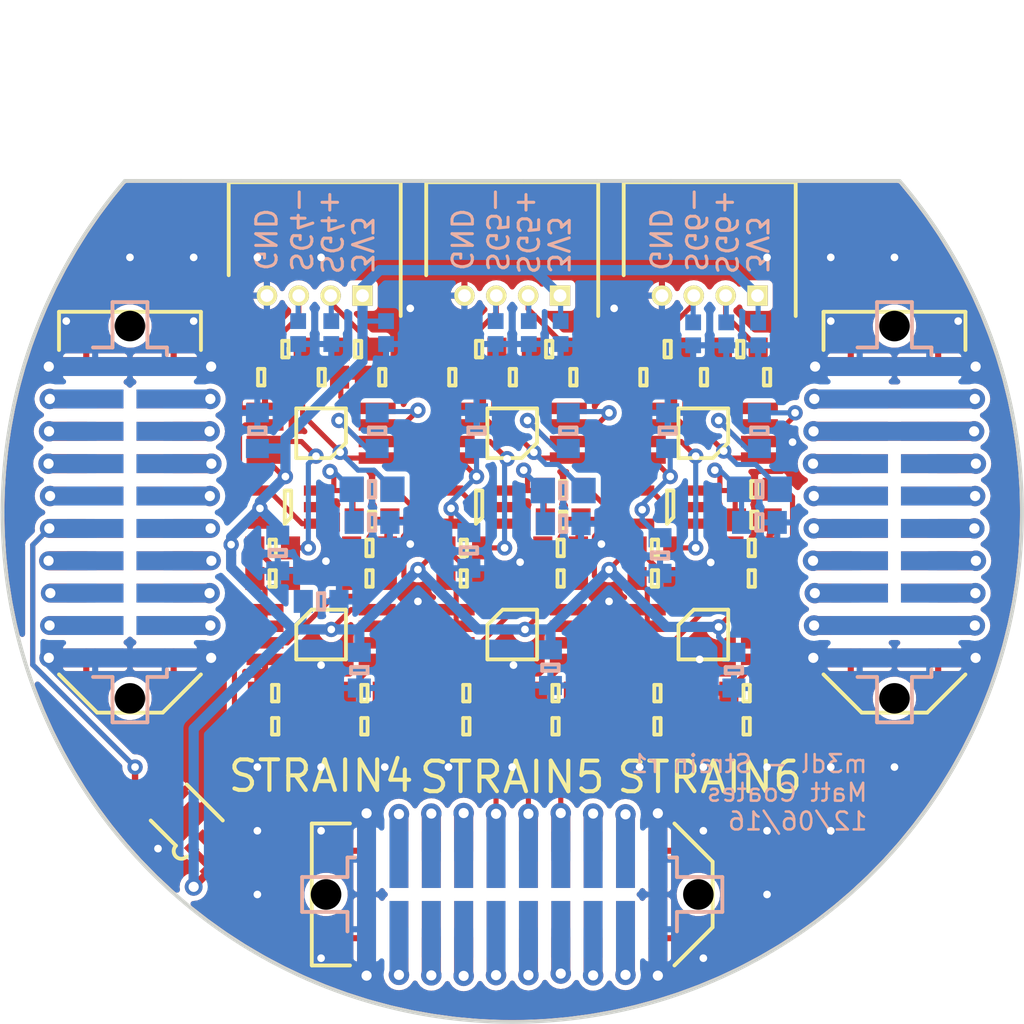
<source format=kicad_pcb>
(kicad_pcb (version 20221018) (generator pcbnew)
  (layers (0 "F.Cu" signal) (31 "B.Cu" signal) (34 "B.Paste" user) (35 "F.Paste" user) (36 "B.SilkS" user "B.Silkscreen") (37 "F.SilkS" user "F.Silkscreen") (38 "B.Mask" user) (39 "F.Mask" user) (44 "Edge.Cuts" user))
  (net 0 "")
  (net 1 "GND")
  (net 2 "Net-(C1-Pad2)")
  (net 3 "Net-(C2-Pad2)")
  (net 4 "Net-(C4-Pad2)")
  (net 5 "Net-(C5-Pad2)")
  (net 6 "Net-(C7-Pad1)")
  (net 7 "Net-(C8-Pad1)")
  (net 8 "Net-(C9-Pad1)")
  (net 9 "Net-(C9-Pad2)")
  (net 10 "Net-(C10-Pad1)")
  (net 11 "Net-(C10-Pad2)")
  (net 12 "Net-(C11-Pad1)")
  (net 13 "Net-(C12-Pad1)")
  (net 14 "Net-(C13-Pad1)")
  (net 15 "/STRAIN3")
  (net 16 "Net-(C14-Pad1)")
  (net 17 "/STRAIN1")
  (net 18 "Net-(C15-Pad2)")
  (net 19 "Net-(C16-Pad2)")
  (net 20 "Net-(C18-Pad1)")
  (net 21 "Net-(C19-Pad1)")
  (net 22 "Net-(C19-Pad2)")
  (net 23 "Net-(C20-Pad1)")
  (net 24 "Net-(C21-Pad1)")
  (net 25 "/STRAIN2")
  (net 26 "Net-(IC1-Pad2)")
  (net 27 "Net-(IC1-Pad3)")
  (net 28 "Net-(IC1-Pad6)")
  (net 29 "Net-(IC1-Pad7)")
  (net 30 "3v3")
  (net 31 "Net-(IC3-Pad2)")
  (net 32 "Net-(IC3-Pad3)")
  (net 33 "Net-(IC3-Pad6)")
  (net 34 "Net-(IC3-Pad7)")
  (net 35 "Net-(IC6-Pad2)")
  (net 36 "Net-(IC6-Pad3)")
  (net 37 "Net-(IC6-Pad6)")
  (net 38 "Net-(IC6-Pad7)")
  (net 39 "/3v3_IMU")
  (net 40 "/JTMS")
  (net 41 "/3v3_RADIO")
  (net 42 "/JTCK")
  (net 43 "/3v3_FC")
  (net 44 "/3v3_PYRO")
  (net 45 "/JTDR")
  (net 46 "/RSVD1")
  (net 47 "/3v3_AUX1")
  (net 48 "/5v_CAN")
  (net 49 "/3v3_AUX2")
  (net 50 "/CAN-")
  (net 51 "/RSVD2")
  (net 52 "/CAN+")
  (net 53 "/PYRO_SO")
  (net 54 "/PYRO_SI")
  (net 55 "/5v_RADIO")
  (net 56 "/PYRO1")
  (net 57 "/5v_IMU")
  (net 58 "/PYRO2")
  (net 59 "/5v_AUX1")
  (net 60 "/PYRO3")
  (net 61 "/5v_AUX2")
  (net 62 "/PYRO4")
  (net 63 "/5v_CAM")
  (net 64 "/PWR")
  (net 65 "/CHARGE")
  (net 66 "/JTDI")
  (net 67 "/PRESSURE3")
  (net 68 "/SPI1_SCK")
  (net 69 "/SPI1_MISO")
  (net 70 "/SPI1_MOSI")
  (net 71 "/STRAIN4")
  (net 72 "/PRESSURE4")
  (net 73 "/STRAIN5")
  (net 74 "/PRESSURE5")
  (net 75 "/STRAIN6")
  (net 76 "/TEMP_INT")
  (net 77 "/PRESSURE1")
  (net 78 "/SPI1_CS")
  (net 79 "/PRESSURE2")
  (net 80 "Net-(C22-Pad1)")
  (net 81 "Net-(C26-Pad1)")
  (net 82 "Net-(C30-Pad1)")
  (net 83 "/3v3_DL")
  (net 84 "Net-(IC10-Pad2)")
  (net 85 "Net-(IC10-Pad3)")
  (net 86 "/STRAIN4-")
  (net 87 "/STRAIN4+")
  (net 88 "/STRAIN5-")
  (net 89 "/STRAIN5+")
  (net 90 "/STRAIN6-")
  (net 91 "/STRAIN6+")
  (footprint "agg:0603-L" (layer "F.Cu") (at 105.15 94.7)
    (fp_text reference "C1")
    (fp_text value "1n")
  )
  (footprint "agg:0603-L" (layer "F.Cu") (at 107.525 94.7)
    (fp_text reference "C2")
    (fp_text value "10n")
  )
  (footprint "agg:0603-L" (layer "F.Cu") (at 110 94.7)
    (fp_text reference "C3")
    (fp_text value "1n")
  )
  (footprint "agg:0603-L" (layer "F.Cu") (at 90.15 94.7)
    (fp_text reference "C4")
    (fp_text value "1n")
  )
  (footprint "agg:0603-L" (layer "F.Cu") (at 92.525 94.7)
    (fp_text reference "C5")
    (fp_text value "10n")
  )
  (footprint "agg:0603-L" (layer "F.Cu") (at 94.9 94.7)
    (fp_text reference "C6")
    (fp_text value "1n")
  )
  (footprint "agg:0603-L" (layer "F.Cu") (at 109.4 101.4)
    (fp_text reference "C7")
    (fp_text value "8.2n")
  )
  (footprint "agg:0603-L" (layer "F.Cu") (at 94.4 101.4)
    (fp_text reference "C8")
    (fp_text value "8.2n")
  )
  (footprint "agg:0603-L" (layer "F.Cu") (at 105.6 102.6 180)
    (fp_text reference "C9")
    (fp_text value "82n")
  )
  (footprint "agg:0603-L" (layer "F.Cu") (at 90.6 102.6 180)
    (fp_text reference "C10")
    (fp_text value "82n")
  )
  (footprint "agg:0603-L" (layer "F.Cu") (at 105.7 107.1 180)
    (fp_text reference "C11")
    (fp_text value "8.2n")
  )
  (footprint "agg:0603-L" (layer "F.Cu") (at 90.7 107.1 180)
    (fp_text reference "C12")
    (fp_text value "8.2n")
  )
  (footprint "agg:0603-L" (layer "F.Cu") (at 109.2 108.4)
    (fp_text reference "C13")
    (fp_text value "82n")
  )
  (footprint "agg:0603-L" (layer "F.Cu") (at 94.2 108.4)
    (fp_text reference "C14")
    (fp_text value "82n")
  )
  (footprint "agg:0603-L" (layer "F.Cu") (at 97.65 94.7)
    (fp_text reference "C15")
    (fp_text value "1n")
  )
  (footprint "agg:0603-L" (layer "F.Cu") (at 100.025 94.7)
    (fp_text reference "C16")
    (fp_text value "10n")
  )
  (footprint "agg:0603-L" (layer "F.Cu") (at 102.4 94.7)
    (fp_text reference "C17")
    (fp_text value "1n")
  )
  (footprint "agg:0603-L" (layer "F.Cu") (at 101.9 101.4)
    (fp_text reference "C18")
    (fp_text value "8.2n")
  )
  (footprint "agg:0603-L" (layer "F.Cu") (at 98.1 102.6 180)
    (fp_text reference "C19")
    (fp_text value "82n")
  )
  (footprint "agg:0603-L" (layer "F.Cu") (at 98.2 107.1 180)
    (fp_text reference "C20")
    (fp_text value "8.2n")
  )
  (footprint "agg:0603-L" (layer "F.Cu") (at 101.7 108.4)
    (fp_text reference "C21")
    (fp_text value "82n")
  )
  (footprint "agg:MSOP-8" (layer "F.Cu") (at 107.5 96.9 180)
    (fp_text reference "IC1")
    (fp_text value "AD8226")
  )
  (footprint "agg:SC-70-5" (layer "F.Cu") (at 106.2 99.8 180)
    (fp_text reference "IC2")
    (fp_text value "AD8541")
  )
  (footprint "agg:MSOP-8" (layer "F.Cu") (at 92.5 96.9 180)
    (fp_text reference "IC3")
    (fp_text value "AD8226")
  )
  (footprint "agg:SC-70-5" (layer "F.Cu") (at 91.2 99.8 180)
    (fp_text reference "IC4")
    (fp_text value "AD8541")
  )
  (footprint "agg:MSOP-8" (layer "F.Cu") (at 92.5 104.8)
    (fp_text reference "IC5")
    (fp_text value "AD8656")
  )
  (footprint "agg:MSOP-8" (layer "F.Cu") (at 100 96.9 180)
    (fp_text reference "IC6")
    (fp_text value "AD8226")
  )
  (footprint "agg:SC-70-5" (layer "F.Cu") (at 98.7 99.8 180)
    (fp_text reference "IC7")
    (fp_text value "AD8541")
  )
  (footprint "agg:MSOP-8" (layer "F.Cu") (at 100 104.8)
    (fp_text reference "IC8")
    (fp_text value "AD8656")
  )
  (footprint "agg:MSOP-8" (layer "F.Cu") (at 107.5 104.8)
    (fp_text reference "IC9")
    (fp_text value "AD8656")
  )
  (footprint "agg:TFML-110-02-L-D" (layer "F.Cu") (at 85 100 -90)
    (fp_text reference "J1")
    (fp_text value "WEST TOP")
  )
  (footprint "agg:TFML-110-02-L-D" (layer "F.Cu") (at 115 100 -90)
    (fp_text reference "J2")
    (fp_text value "EAST TOP")
  )
  (footprint "agg:TFML-110-02-L-D" (layer "F.Cu") (at 100 115)
    (fp_text reference "J5")
    (fp_text value "SOUTH TOP")
  )
  (footprint "agg:0603-L" (layer "F.Cu") (at 106.1 93.6)
    (fp_text reference "R1")
    (fp_text value "3.74K")
  )
  (footprint "agg:0603-L" (layer "F.Cu") (at 108.95 93.6 180)
    (fp_text reference "R2")
    (fp_text value "3.74K")
  )
  (footprint "agg:0603-L" (layer "F.Cu") (at 91.1 93.6)
    (fp_text reference "R3")
    (fp_text value "3.74K")
  )
  (footprint "agg:0603-L" (layer "F.Cu") (at 93.95 93.6 180)
    (fp_text reference "R4")
    (fp_text value "3.74K")
  )
  (footprint "agg:0603-L" (layer "F.Cu") (at 109.5 99.1)
    (fp_text reference "R5")
    (fp_text value "10K")
  )
  (footprint "agg:0603-L" (layer "F.Cu") (at 109.5 100.3 180)
    (fp_text reference "R6")
    (fp_text value "10K")
  )
  (footprint "agg:0603-L" (layer "F.Cu") (at 94.5 99.1)
    (fp_text reference "R7")
    (fp_text value "10K")
  )
  (footprint "agg:0603-L" (layer "F.Cu") (at 94.5 100.3 180)
    (fp_text reference "R8")
    (fp_text value "10K")
  )
  (footprint "agg:0603-L" (layer "F.Cu") (at 105.6 101.4 180)
    (fp_text reference "R11")
    (fp_text value "1.69K")
  )
  (footprint "agg:0603-L" (layer "F.Cu") (at 90.6 101.4 180)
    (fp_text reference "R12")
    (fp_text value "1.69K")
  )
  (footprint "agg:0603-L" (layer "F.Cu") (at 109.4 102.6)
    (fp_text reference "R13")
    (fp_text value "6.04K")
  )
  (footprint "agg:0603-L" (layer "F.Cu") (at 94.4 102.6)
    (fp_text reference "R14")
    (fp_text value "6.04K")
  )
  (footprint "agg:0603-L" (layer "F.Cu") (at 105.7 108.4)
    (fp_text reference "R15")
    (fp_text value "562R")
  )
  (footprint "agg:0603-L" (layer "F.Cu") (at 90.7 108.4)
    (fp_text reference "R16")
    (fp_text value "562R")
  )
  (footprint "agg:0603-L" (layer "F.Cu") (at 109.2 107.1 180)
    (fp_text reference "R17")
    (fp_text value "17.8K")
  )
  (footprint "agg:0603-L" (layer "F.Cu") (at 94.2 107.1 180)
    (fp_text reference "R18")
    (fp_text value "17.8K")
  )
  (footprint "agg:0603-L" (layer "F.Cu") (at 98.7 93.6)
    (fp_text reference "R19")
    (fp_text value "3.74K")
  )
  (footprint "agg:0603-L" (layer "F.Cu") (at 101.45 93.6 180)
    (fp_text reference "R20")
    (fp_text value "3.74K")
  )
  (footprint "agg:0603-L" (layer "F.Cu") (at 102 99.1)
    (fp_text reference "R21")
    (fp_text value "10K")
  )
  (footprint "agg:0603-L" (layer "F.Cu") (at 102 100.3 180)
    (fp_text reference "R22")
    (fp_text value "10K")
  )
  (footprint "agg:0603-L" (layer "F.Cu") (at 98.1 101.4 180)
    (fp_text reference "R24")
    (fp_text value "1.69K")
  )
  (footprint "agg:0603-L" (layer "F.Cu") (at 101.9 102.6)
    (fp_text reference "R25")
    (fp_text value "6.04K")
  )
  (footprint "agg:0603-L" (layer "F.Cu") (at 98.2 108.4)
    (fp_text reference "R26")
    (fp_text value "562R")
  )
  (footprint "agg:0603-L" (layer "F.Cu") (at 101.7 107.1 180)
    (fp_text reference "R27")
    (fp_text value "17.8K")
  )
  (footprint "Connectors_Molex:Connector_Molex_PicoBlade_53048-0410" (layer "F.Cu") (at 94.125 91.5 180)
    (fp_text reference "J7" hide)
    (fp_text value "S1")
  )
  (footprint "Connectors_Molex:Connector_Molex_PicoBlade_53048-0410" (layer "F.Cu") (at 109.625 91.5 180)
    (fp_text reference "J8" hide)
    (fp_text value "S3")
  )
  (footprint "Connectors_Molex:Connector_Molex_PicoBlade_53048-0410" (layer "F.Cu") (at 101.875 91.5 180)
    (fp_text reference "J9" hide)
    (fp_text value "S2")
  )
  (footprint "agg:0402-L" (layer "F.Cu") (at 85.264466 111.264466 -135)
    (fp_text reference "C35")
    (fp_text value "1u")
  )
  (footprint "agg:0402-L" (layer "F.Cu") (at 88.375736 114.375736 -45)
    (fp_text reference "C37")
    (fp_text value "1u")
  )
  (footprint "agg:0402-L" (layer "F.Cu") (at 89 113.7 -45)
    (fp_text reference "R32")
    (fp_text value "110k")
  )
  (footprint "agg:DFN-6-EP-ONSEMI" (layer "F.Cu") (at 87.228371 112.097 135)
    (fp_text reference "IC10")
    (fp_text value "NCP380")
  )
  (footprint "agg:SFML-110-02-L-D-LC" (layer "B.Cu") (at 85 100 -90)
    (fp_text reference "J3")
    (fp_text value "WEST BOT")
  )
  (footprint "agg:SFML-110-02-L-D-LC" (layer "B.Cu") (at 115 100 -90)
    (fp_text reference "J4")
    (fp_text value "EAST BOT")
  )
  (footprint "agg:SFML-110-02-L-D-LC" (layer "B.Cu") (at 100 115)
    (fp_text reference "J6")
    (fp_text value "SOUTH BOT")
  )
  (footprint "agg:0603-L" (layer "B.Cu") (at 109.7 96.8 -90)
    (fp_text reference "R9")
    (fp_text value "330")
  )
  (footprint "agg:0603-L" (layer "B.Cu") (at 94.7 96.8 -90)
    (fp_text reference "R10")
    (fp_text value "330")
  )
  (footprint "agg:0603-L" (layer "B.Cu") (at 102.2 96.8 -90)
    (fp_text reference "R23")
    (fp_text value "330")
  )
  (footprint "agg:0603-L" (layer "B.Cu") (at 94.5 100.4)
    (fp_text reference "C22")
    (fp_text value "100n")
  )
  (footprint "agg:0603-L" (layer "B.Cu") (at 90 96.8 90)
    (fp_text reference "C23")
    (fp_text value "100n")
  )
  (footprint "agg:0603-L" (layer "B.Cu") (at 98.6 96.8 90)
    (fp_text reference "C24")
    (fp_text value "100n")
  )
  (footprint "agg:0603-L" (layer "B.Cu") (at 98.3 101.5 -90)
    (fp_text reference "C25")
    (fp_text value "100n")
  )
  (footprint "agg:0603-L" (layer "B.Cu") (at 109.7 100.4)
    (fp_text reference "C26")
    (fp_text value "100n")
  )
  (footprint "agg:0603-L" (layer "B.Cu") (at 90.8 101.6 -90)
    (fp_text reference "C27")
    (fp_text value "100n")
  )
  (footprint "agg:0603-L" (layer "B.Cu") (at 101.5 106.1 -90)
    (fp_text reference "C28")
    (fp_text value "100n")
  )
  (footprint "agg:0603-L" (layer "B.Cu") (at 105.8 101.7 -90)
    (fp_text reference "C29")
    (fp_text value "100n")
  )
  (footprint "agg:0603-L" (layer "B.Cu") (at 102 100.45)
    (fp_text reference "C30")
    (fp_text value "100n")
  )
  (footprint "agg:0603-L" (layer "B.Cu") (at 92.5 103.5)
    (fp_text reference "C31")
    (fp_text value "100n")
  )
  (footprint "agg:0603-L" (layer "B.Cu") (at 106.1 96.8 90)
    (fp_text reference "C32")
    (fp_text value "100n")
  )
  (footprint "agg:0603-L" (layer "B.Cu") (at 108.7 106.2 -90)
    (fp_text reference "C33")
    (fp_text value "100n")
  )
  (footprint "agg:0603-L" (layer "B.Cu") (at 94 106.2 -90)
    (fp_text reference "C34")
    (fp_text value "10u")
  )
  (footprint "agg:0603" (layer "B.Cu") (at 94.5 99.1 180)
    (fp_text reference "R28")
    (fp_text value "0R")
  )
  (footprint "agg:0603" (layer "B.Cu") (at 109.699999 99.1 180)
    (fp_text reference "R29")
    (fp_text value "0R")
  )
  (footprint "agg:0603" (layer "B.Cu") (at 102 99.15 180)
    (fp_text reference "R30")
    (fp_text value "0R")
  )
  (footprint "agg:0402" (layer "B.Cu") (at 91.6 92.95 90)
    (fp_text reference "D1")
    (fp_text value "ESD_DIODE")
  )
  (footprint "agg:0402" (layer "B.Cu") (at 92.9 92.95 90)
    (fp_text reference "D2")
    (fp_text value "ESD_DIODE")
  )
  (footprint "agg:0402" (layer "B.Cu") (at 101.9 92.95 90)
    (fp_text reference "D3")
    (fp_text value "ESD_DIODE")
  )
  (footprint "agg:0402" (layer "B.Cu") (at 99.35 92.95 90)
    (fp_text reference "D4")
    (fp_text value "ESD_DIODE")
  )
  (footprint "agg:0402" (layer "B.Cu") (at 100.65 92.95 90)
    (fp_text reference "D5")
    (fp_text value "ESD_DIODE")
  )
  (footprint "agg:0402" (layer "B.Cu") (at 95.05 92.95 90)
    (fp_text reference "D6")
    (fp_text value "ESD_DIODE")
  )
  (footprint "agg:0402" (layer "B.Cu") (at 107.1 93 90)
    (fp_text reference "D7")
    (fp_text value "ESD_DIODE")
  )
  (footprint "agg:0402" (layer "B.Cu") (at 108.4 93 90)
    (fp_text reference "D8")
    (fp_text value "ESD_DIODE")
  )
  (footprint "agg:0402" (layer "B.Cu") (at 109.65 93 90)
    (fp_text reference "D9")
    (fp_text value "ESD_DIODE")
  )
  (gr_line (start 86.99 87) (end 85.2 87) (stroke (width 0.15)) (layer "Edge.Cuts"))
  (gr_line (start 100.44 87) (end 96.42 87) (stroke (width 0.15)) (layer "Edge.Cuts"))
  (gr_line (start 90.92 87) (end 89.4 87) (stroke (width 0.15)) (layer "Edge.Cuts"))
  (gr_line (start 106.22 87) (end 103.31 87) (stroke (width 0.15)) (layer "Edge.Cuts"))
  (gr_line (start 94.1 87) (end 90.92 87) (stroke (width 0.15)) (layer "Edge.Cuts"))
  (gr_arc (start 80 100) (mid 81.238539 93.071248) (end 84.80076 87.00065) (stroke (width 0.15)) (layer "Edge.Cuts"))
  (gr_line (start 96.42 87) (end 94.1 87) (stroke (width 0.15)) (layer "Edge.Cuts"))
  (gr_arc (start 115.2 87) (mid 106.929098 118.762399) (end 79.999 100) (stroke (width 0.15)) (layer "Edge.Cuts"))
  (gr_line (start 85.2 87) (end 84.8 87) (stroke (width 0.15)) (layer "Edge.Cuts"))
  (gr_line (start 103.31 87) (end 100.44 87) (stroke (width 0.15)) (layer "Edge.Cuts"))
  (gr_line (start 89.4 87) (end 88.65 87) (stroke (width 0.15)) (layer "Edge.Cuts"))
  (gr_line (start 88.65 87) (end 86.99 87) (stroke (width 0.15)) (layer "Edge.Cuts"))
  (gr_line (start 115.2 87) (end 106.22 87) (stroke (width 0.15)) (layer "Edge.Cuts"))
  (gr_text "3V3" (at 94.1 89.5 270) (layer "B.SilkS") (effects (font (size 0.8 0.8) (thickness 0.12)) (justify mirror)))
  (gr_text "SG4+" (at 92.9 89 270) (layer "B.SilkS") (effects (font (size 0.8 0.8) (thickness 0.12)) (justify mirror)))
  (gr_text "SG4-" (at 91.7 88.9 270) (layer "B.SilkS") (effects (font (size 0.8 0.8) (thickness 0.12)) (justify mirror)))
  (gr_text "GND" (at 90.3 89.3 270) (layer "B.SilkS") (effects (font (size 0.8 0.8) (thickness 0.12)) (justify mirror)))
  (gr_text "SG5+" (at 100.6 89 270) (layer "B.SilkS") (effects (font (size 0.8 0.8) (thickness 0.12)) (justify mirror)))
  (gr_text "SG5-" (at 99.4 88.9 270) (layer "B.SilkS") (effects (font (size 0.8 0.8) (thickness 0.12)) (justify mirror)))
  (gr_text "3V3" (at 101.8 89.5 270) (layer "B.SilkS") (effects (font (size 0.8 0.8) (thickness 0.12)) (justify mirror)))
  (gr_text "GND" (at 98 89.3 270) (layer "B.SilkS") (effects (font (size 0.8 0.8) (thickness 0.12)) (justify mirror)))
  (gr_text "GND" (at 105.8 89.3 270) (layer "B.SilkS") (effects (font (size 0.8 0.8) (thickness 0.12)) (justify mirror)))
  (gr_text "SG6-" (at 107.2 88.9 270) (layer "B.SilkS") (effects (font (size 0.8 0.8) (thickness 0.12)) (justify mirror)))
  (gr_text "SG6+" (at 108.4 89 270) (layer "B.SilkS") (effects (font (size 0.8 0.8) (thickness 0.12)) (justify mirror)))
  (gr_text "3V3" (at 109.6 89.5 270) (layer "B.SilkS") (effects (font (size 0.8 0.8) (thickness 0.12)) (justify mirror)))
  (gr_text "m3dl - Strain r1\nMatt Coates\n12/06/16" (at 114 111) (layer "B.SilkS") (effects (font (size 0.7 0.7) (thickness 0.1)) (justify left mirror)))
  (gr_text "STRAIN5" (at 100 110.4) (layer "F.SilkS") (effects (font (size 1.2 1.2) (thickness 0.16))))
  (gr_text "STRAIN6" (at 107.75 110.4) (layer "F.SilkS") (effects (font (size 1.2 1.2) (thickness 0.16))))
  (gr_text "STRAIN4" (at 92.5 110.35) (layer "F.SilkS") (effects (font (size 1.2 1.2) (thickness 0.16))))
  (segment (start 95.1 101.4) (end 95.75 101.4) (width 0.2) (layer "F.Cu") (net 1))
  (segment (start 107.8 101.96) (end 107.79 101.97) (width 0.2) (layer "F.Cu") (net 1))
  (segment (start 105.715 116.715) (end 105.715 113.285) (width 0.74) (layer "F.Cu") (net 1))
  (segment (start 86.715 105.715) (end 88.185 105.715) (width 0.74) (layer "F.Cu") (net 1))
  (segment (start 109.625 100.3) (end 109.55 100.225) (width 0.2) (layer "F.Cu") (net 1))
  (segment (start 92.275 105.775) (end 92.5 106) (width 0.2) (layer "F.Cu") (net 1))
  (segment (start 110.575003 98.399999) (end 111 97.975002) (width 0.2) (layer "F.Cu") (net 1))
  (segment (start 107.8 101.05) (end 107.8 101.96) (width 0.2) (layer "F.Cu") (net 1))
  (segment (start 103.35 101.4) (end 103.5 101.25) (width 0.2) (layer "F.Cu") (net 1))
  (segment (start 110.1 100.4) (end 110.2 100.3) (width 0.2) (layer "F.Cu") (net 1))
  (segment (start 83.285 105.715) (end 81.815 105.715) (width 0.74) (layer "F.Cu") (net 1))
  (segment (start 105.3 105.775) (end 107.355 105.775) (width 0.2) (layer "F.Cu") (net 1))
  (segment (start 86.715 105.715) (end 83.285 105.715) (width 0.74) (layer "F.Cu") (net 1))
  (segment (start 99.8 99.8) (end 100.54 99.8) (width 0.2) (layer "F.Cu") (net 1))
  (segment (start 95.75 101.4) (end 95.85 101.4) (width 0.2) (layer "F.Cu") (net 1))
  (segment (start 90.3 105.775) (end 92.275 105.775) (width 0.2) (layer "F.Cu") (net 1))
  (segment (start 96.3 103.064002) (end 95.749999 102.514001) (width 0.2) (layer "F.Cu") (net 1))
  (segment (start 100.59 99.85) (end 100.59 100.77) (width 0.2) (layer "F.Cu") (net 1))
  (segment (start 96 92) (end 96 94.3) (width 0.2) (layer "F.Cu") (net 1))
  (segment (start 110.1 101.4) (end 110.1 100.4) (width 0.2) (layer "F.Cu") (net 1))
  (segment (start 113.285 105.715) (end 116.715 105.715) (width 0.74) (layer "F.Cu") (net 1))
  (segment (start 94.285 113.285) (end 94.285 111.815) (width 0.74) (layer "F.Cu") (net 1))
  (segment (start 112.5 90) (end 112.5 92.5) (width 0.2) (layer "F.Cu") (net 1))
  (segment (start 92.73 101.88) (end 92.69 101.92) (width 0.2) (layer "F.Cu") (net 1))
  (segment (start 100.59 100.77) (end 100.35 101.01) (width 0.2) (layer "F.Cu") (net 1))
  (segment (start 83.285 94.285) (end 81.815 94.285) (width 0.74) (layer "F.Cu") (net 1))
  (segment (start 108.09 99.87) (end 108.09 100.76) (width 0.2) (layer "F.Cu") (net 1))
  (segment (start 92.3 99.8) (end 92.88 99.8) (width 0.2) (layer "F.Cu") (net 1))
  (segment (start 109.624999 98.399999) (end 110.575003 98.399999) (width 0.2) (layer "F.Cu") (net 1))
  (segment (start 97.8 105.775) (end 99.825 105.775) (width 0.2) (layer "F.Cu") (net 1))
  (segment (start 105.715 113.285) (end 105.715 111.815) (width 0.74) (layer "F.Cu") (net 1))
  (segment (start 111.885 93.115) (end 111.885 94.285) (width 0.2) (layer "F.Cu") (net 1))
  (segment (start 110 90) (end 112.5 90) (width 0.2) (layer "F.Cu") (net 1))
  (segment (start 92.73 101.13) (end 92.73 101.88) (width 0.2) (layer "F.Cu") (net 1))
  (segment (start 108.09 100.76) (end 107.8 101.05) (width 0.2) (layer "F.Cu") (net 1))
  (segment (start 116.715 94.285) (end 118.185 94.285) (width 0.74) (layer "F.Cu") (net 1))
  (segment (start 116.715 94.285) (end 113.285 94.285) (width 0.74) (layer "F.Cu") (net 1))
  (segment (start 103.1 92.9) (end 104 92) (width 0.2) (layer "F.Cu") (net 1))
  (segment (start 100.35 101.01) (end 100.35 101.92) (width 0.2) (layer "F.Cu") (net 1))
  (segment (start 86.581368 111.449997) (end 87.228371 112.097) (width 0.4) (layer "F.Cu") (net 1))
  (segment (start 86.581368 111.431368) (end 86.25 111.1) (width 0.2) (layer "F.Cu") (net 1))
  (segment (start 87.203 112.097) (end 86.1 113.2) (width 0.2) (layer "F.Cu") (net 1))
  (segment (start 93.14 100.72) (end 92.73 101.13) (width 0.2) (layer "F.Cu") (net 1))
  (segment (start 103.25 101.4) (end 103.35 101.4) (width 0.2) (layer "F.Cu") (net 1))
  (segment (start 102.6 101.4) (end 103.25 101.4) (width 0.2) (layer "F.Cu") (net 1))
  (segment (start 100.54 99.8) (end 100.59 99.85) (width 0.2) (layer "F.Cu") (net 1))
  (segment (start 113.285 105.715) (end 111.815 105.715) (width 0.74) (layer "F.Cu") (net 1))
  (segment (start 113.285 94.285) (end 111.885 94.285) (width 0.74) (layer "F.Cu") (net 1))
  (segment (start 103.8 103.075736) (end 103.225001 102.500737) (width 0.2) (layer "F.Cu") (net 1))
  (segment (start 93.14 100.06) (end 93.14 100.72) (width 0.2) (layer "F.Cu") (net 1))
  (segment (start 96.3 103.5) (end 96.3 103.064002) (width 0.2) (layer "F.Cu") (net 1))
  (segment (start 103.225001 101.424999) (end 103.25 101.4) (width 0.2) (layer "F.Cu") (net 1))
  (segment (start 103.1 94.7) (end 103.1 92.9) (width 0.2) (layer "F.Cu") (net 1))
  (segment (start 117.5 92.5) (end 115 90) (width 0.2) (layer "F.Cu") (net 1))
  (segment (start 95.749999 101.400001) (end 95.75 101.4) (width 0.2) (layer "F.Cu") (net 1))
  (segment (start 109.55 100.225) (end 109.55 98.474998) (width 0.2) (layer "F.Cu") (net 1))
  (segment (start 100.35 101.92) (end 100.31 101.96) (width 0.2) (layer "F.Cu") (net 1))
  (segment (start 86.715 94.285) (end 88.185 94.285) (width 0.74) (layer "F.Cu") (net 1))
  (segment (start 105.715 116.715) (end 105.715 118.185) (width 0.74) (layer "F.Cu") (net 1))
  (segment (start 94.285 116.715) (end 94.285 118.185) (width 0.74) (layer "F.Cu") (net 1))
  (segment (start 86.715 94.285) (end 83.285 94.285) (width 0.74) (layer "F.Cu") (net 1))
  (segment (start 96 94.3) (end 95.6 94.7) (width 0.2) (layer "F.Cu") (net 1))
  (segment (start 103.8 103.5) (end 103.8 103.075736) (width 0.2) (layer "F.Cu") (net 1))
  (segment (start 87.040988 110.990378) (end 87.040988 110.959012) (width 0.25) (layer "F.Cu") (net 1))
  (segment (start 116.715 105.715) (end 118.185 105.715) (width 0.74) (layer "F.Cu") (net 1))
  (segment (start 112.5 90) (end 115 90) (width 0.2) (layer "F.Cu") (net 1))
  (segment (start 112.5 92.5) (end 111.885 93.115) (width 0.2) (layer "F.Cu") (net 1))
  (segment (start 94.285 111.815) (end 94.285 111.785) (width 0.25) (layer "F.Cu") (net 1))
  (segment (start 95.85 101.4) (end 96 101.25) (width 0.2) (layer "F.Cu") (net 1))
  (segment (start 86.581368 111.449997) (end 86.581368 111.431368) (width 0.2) (layer "F.Cu") (net 1))
  (segment (start 109.55 98.474998) (end 109.624999 98.399999) (width 0.2) (layer "F.Cu") (net 1))
  (segment (start 103.225001 102.500737) (end 103.225001 101.424999) (width 0.2) (layer "F.Cu") (net 1))
  (segment (start 108.02 99.8) (end 108.09 99.87) (width 0.2) (layer "F.Cu") (net 1))
  (segment (start 95.749999 102.514001) (end 95.749999 101.400001) (width 0.2) (layer "F.Cu") (net 1))
  (segment (start 87.228371 112.097) (end 87.203 112.097) (width 0.2) (layer "F.Cu") (net 1))
  (segment (start 99.825 105.775) (end 100.05 106) (width 0.2) (layer "F.Cu") (net 1))
  (segment (start 110.2 100.3) (end 109.625 100.3) (width 0.2) (layer "F.Cu") (net 1))
  (segment (start 94.285 111.785) (end 92.5 110) (width 0.25) (layer "F.Cu") (net 1))
  (segment (start 111 97.975002) (end 111 97.25) (width 0.2) (layer "F.Cu") (net 1))
  (segment (start 94.285 113.285) (end 94.285 116.715) (width 0.74) (layer "F.Cu") (net 1))
  (segment (start 107.3 99.8) (end 108.02 99.8) (width 0.2) (layer "F.Cu") (net 1))
  (segment (start 92.88 99.8) (end 93.14 100.06) (width 0.2) (layer "F.Cu") (net 1))
  (via (at 82.5 92.5) (size 0.6) (drill 0.3) (layers "F.Cu" "B.Cu") (net 1))
  (via (at 87.5 92.5) (size 0.6) (drill 0.3) (layers "F.Cu" "B.Cu") (net 1))
  (via (at 87.5 90) (size 0.6) (drill 0.3) (layers "F.Cu" "B.Cu") (net 1))
  (via (at 85 90) (size 0.6) (drill 0.3) (layers "F.Cu" "B.Cu") (net 1))
  (via (at 90 90) (size 0.6) (drill 0.3) (layers "F.Cu" "B.Cu") (net 1))
  (via (at 92.5 90) (size 0.6) (drill 0.3) (layers "F.Cu" "B.Cu") (net 1))
  (via (at 110 90) (size 0.6) (drill 0.3) (layers "F.Cu" "B.Cu") (net 1))
  (via (at 112.5 90) (size 0.6) (drill 0.3) (layers "F.Cu" "B.Cu") (net 1))
  (via (at 112.5 92.5) (size 0.6) (drill 0.3) (layers "F.Cu" "B.Cu") (net 1))
  (via (at 115 90) (size 0.6) (drill 0.3) (layers "F.Cu" "B.Cu") (net 1))
  (via (at 117.5 92.5) (size 0.6) (drill 0.3) (layers "F.Cu" "B.Cu") (net 1))
  (via (at 96 92) (size 0.6) (drill 0.3) (layers "F.Cu" "B.Cu") (net 1))
  (via (at 104 92) (size 0.6) (drill 0.3) (layers "F.Cu" "B.Cu") (net 1))
  (via (at 96 101.25) (size 0.6) (drill 0.3) (layers "F.Cu" "B.Cu") (net 1))
  (via (at 103.8 103.5) (size 0.6) (drill 0.3) (layers "F.Cu" "B.Cu") (net 1))
  (via (at 103.5 101.25) (size 0.6) (drill 0.3) (layers "F.Cu" "B.Cu") (net 1))
  (via (at 92.5 106) (size 0.6) (drill 0.3) (layers "F.Cu" "B.Cu") (net 1))
  (via (at 92.5 117.5) (size 0.6) (drill 0.3) (layers "F.Cu" "B.Cu") (net 1))
  (via (at 115 110) (size 0.6) (drill 0.3) (layers "F.Cu" "B.Cu") (net 1))
  (via (at 81.815 94.285) (size 0.8) (drill 0.4) (layers "F.Cu" "B.Cu") (net 1))
  (via (at 94.285 118.185) (size 0.8) (drill 0.4) (layers "F.Cu" "B.Cu") (net 1))
  (via (at 81.815 105.715) (size 0.7) (drill 0.4) (layers "F.Cu" "B.Cu") (net 1))
  (via (at 90 115) (size 0.6) (drill 0.3) (layers "F.Cu" "B.Cu") (net 1))
  (via (at 88.185 105.715) (size 0.8) (drill 0.4) (layers "F.Cu" "B.Cu") (net 1))
  (via (at 92.5 112.5) (size 0.6) (drill 0.3) (layers "F.Cu" "B.Cu") (net 1))
  (via (at 88.185 94.285) (size 0.8) (drill 0.4) (layers "F.Cu" "B.Cu") (net 1))
  (via (at 107.79 101.97) (size 0.6) (drill 0.3) (layers "F.Cu" "B.Cu") (net 1))
  (via (at 110 112.5) (size 0.6) (drill 0.3) (layers "F.Cu" "B.Cu") (net 1))
  (via (at 92.69 101.92) (size 0.6) (drill 0.3) (layers "F.Cu" "B.Cu") (net 1))
  (via (at 107.5 112.5) (size 0.6) (drill 0.3) (layers "F.Cu" "B.Cu") (net 1))
  (via (at 111.815 105.715) (size 0.8) (drill 0.4) (layers "F.Cu" "B.Cu") (net 1))
  (via (at 96.3 103.5) (size 0.6) (drill 0.3) (layers "F.Cu" "B.Cu") (net 1))
  (via (at 94.285 111.815) (size 0.8) (drill 0.4) (layers "F.Cu" "B.Cu") (net 1))
  (via (at 118.185 105.715) (size 0.8) (drill 0.4) (layers "F.Cu" "B.Cu") (net 1))
  (via (at 100.31 101.96) (size 0.6) (drill 0.3) (layers "F.Cu" "B.Cu") (net 1))
  (via (at 110 115) (size 0.6) (drill 0.3) (layers "F.Cu" "B.Cu") (net 1))
  (via (at 110 110) (size 0.6) (drill 0.3) (layers "F.Cu" "B.Cu") (net 1))
  (via (at 100.05 106) (size 0.6) (drill 0.3) (layers "F.Cu" "B.Cu") (net 1))
  (via (at 105 110) (size 0.6) (drill 0.3) (layers "F.Cu" "B.Cu") (net 1))
  (via (at 86.1 113.2) (size 0.6) (drill 0.3) (layers "F.Cu" "B.Cu") (net 1))
  (via (at 100 110) (size 0.6) (drill 0.3) (layers "F.Cu" "B.Cu") (net 1))
  (via (at 92.5 110) (size 0.6) (drill 0.3) (layers "F.Cu" "B.Cu") (net 1))
  (via (at 112.5 110) (size 0.6) (drill 0.3) (layers "F.Cu" "B.Cu") (net 1))
  (via (at 107.5 117.5) (size 0.6) (drill 0.3) (layers "F.Cu" "B.Cu") (net 1))
  (via (at 112.5 112.5) (size 0.6) (drill 0.3) (layers "F.Cu" "B.Cu") (net 1))
  (via (at 118.185 94.285) (size 0.8) (drill 0.4) (layers "F.Cu" "B.Cu") (net 1))
  (via (at 90 110) (size 0.6) (drill 0.3) (layers "F.Cu" "B.Cu") (net 1))
  (via (at 111 97.25) (size 0.6) (drill 0.3) (layers "F.Cu" "B.Cu") (net 1))
  (via (at 105.715 111.815) (size 0.8) (drill 0.4) (layers "F.Cu" "B.Cu") (net 1))
  (via (at 105.715 118.185) (size 0.8) (drill 0.4) (layers "F.Cu" "B.Cu") (net 1))
  (via (at 97.5 110) (size 0.6) (drill 0.3) (layers "F.Cu" "B.Cu") (net 1))
  (via (at 111.885 94.285) (size 0.8) (drill 0.4) (layers "F.Cu" "B.Cu") (net 1))
  (via (at 95 110) (size 0.6) (drill 0.3) (layers "F.Cu" "B.Cu") (net 1))
  (via (at 90 112.5) (size 0.6) (drill 0.3) (layers "F.Cu" "B.Cu") (net 1))
  (via (at 107.5 110) (size 0.6) (drill 0.3) (layers "F.Cu" "B.Cu") (net 1))
  (via (at 107.355 105.775) (size 0.6) (drill 0.3) (layers "F.Cu" "B.Cu") (net 1))
  (segment (start 97.5 110) (end 95 110) (width 0.2) (layer "B.Cu") (net 1))
  (segment (start 105.715 118.185) (end 106.815 118.185) (width 0.2) (layer "B.Cu") (net 1))
  (segment (start 110 112.5) (end 112.5 112.5) (width 0.2) (layer "B.Cu") (net 1))
  (segment (start 105.715 113.635) (end 105.715 111.815) (width 0.74) (layer "B.Cu") (net 1))
  (segment (start 113.635 94.285) (end 111.885 94.285) (width 0.74) (layer "B.Cu") (net 1))
  (segment (start 116.365 94.285) (end 113.635 94.285) (width 0.74) (layer "B.Cu") (net 1))
  (segment (start 86.365 105.715) (end 88.185 105.715) (width 0.74) (layer "B.Cu") (net 1))
  (segment (start 82.5 92.5) (end 85 90) (width 0.2) (layer "B.Cu") (net 1))
  (segment (start 83.635 94.285) (end 81.815 94.285) (width 0.74) (layer "B.Cu") (net 1))
  (segment (start 107.5 110) (end 105 110) (width 0.2) (layer "B.Cu") (net 1))
  (segment (start 94.285 113.635) (end 94.285 116.365) (width 0.74) (layer "B.Cu") (net 1))
  (segment (start 100 110) (end 97.5 110) (width 0.2) (layer "B.Cu") (net 1))
  (segment (start 116.365 105.715) (end 118.185 105.715) (width 0.74) (layer "B.Cu") (net 1))
  (segment (start 92.5 110) (end 95 110) (width 0.25) (layer "B.Cu") (net 1))
  (segment (start 92.5 110) (end 90 110) (width 0.25) (layer "B.Cu") (net 1))
  (segment (start 110 115) (end 110 112.5) (width 0.2) (layer "B.Cu") (net 1))
  (segment (start 110 110) (end 112.5 110) (width 0.2) (layer "B.Cu") (net 1))
  (segment (start 107.5 112.5) (end 107.5 110) (width 0.2) (layer "B.Cu") (net 1))
  (segment (start 90 110) (end 90 112.5) (width 0.25) (layer "B.Cu") (net 1))
  (segment (start 90 112.5) (end 90 115) (width 0.25) (layer "B.Cu") (net 1))
  (segment (start 107.5 117.5) (end 110 115) (width 0.2) (layer "B.Cu") (net 1))
  (segment (start 83.635 105.715) (end 81.815 105.715) (width 0.74) (layer "B.Cu") (net 1))
  (segment (start 94.285 116.365) (end 94.285 118.185) (width 0.74) (layer "B.Cu") (net 1))
  (segment (start 94.285 111.815) (end 94.285 113.635) (width 0.74) (layer "B.Cu") (net 1))
  (segment (start 81.815 94.285) (end 81.815 93.185) (width 0.2) (layer "B.Cu") (net 1))
  (segment (start 116.365 94.285) (end 118.185 94.285) (width 0.74) (layer "B.Cu") (net 1))
  (segment (start 81.815 93.185) (end 82.5 92.5) (width 0.2) (layer "B.Cu") (net 1))
  (segment (start 87.5 90) (end 87.5 92.5) (width 0.2) (layer "B.Cu") (net 1))
  (segment (start 105.715 116.365) (end 105.715 118.185) (width 0.74) (layer "B.Cu") (net 1))
  (segment (start 86.365 105.715) (end 83.635 105.715) (width 0.74) (layer "B.Cu") (net 1))
  (segment (start 112.5 110) (end 115 110) (width 0.2) (layer "B.Cu") (net 1))
  (segment (start 90 115) (end 92.5 117.5) (width 0.25) (layer "B.Cu") (net 1))
  (segment (start 116.365 105.715) (end 113.635 105.715) (width 0.74) (layer "B.Cu") (net 1))
  (segment (start 111.815 105.715) (end 113.635 105.715) (width 0.74) (layer "B.Cu") (net 1))
  (segment (start 110 112.5) (end 107.5 112.5) (width 0.2) (layer "B.Cu") (net 1))
  (segment (start 105 110) (end 100 110) (width 0.2) (layer "B.Cu") (net 1))
  (segment (start 90 90) (end 92.5 90) (width 0.2) (layer "B.Cu") (net 1))
  (segment (start 86.365 94.285) (end 88.185 94.285) (width 0.74) (layer "B.Cu") (net 1))
  (segment (start 105.715 113.635) (end 105.715 116.365) (width 0.74) (layer "B.Cu") (net 1))
  (segment (start 87.5 90) (end 90 90) (width 0.2) (layer "B.Cu") (net 1))
  (segment (start 92.5 110) (end 92.5 112.5) (width 0.25) (layer "B.Cu") (net 1))
  (segment (start 85 90) (end 87.5 90) (width 0.2) (layer "B.Cu") (net 1))
  (segment (start 86.365 94.285) (end 83.635 94.285) (width 0.74) (layer "B.Cu") (net 1))
  (segment (start 106.815 118.185) (end 107.5 117.5) (width 0.2) (layer "B.Cu") (net 1))
  (segment (start 107.5 110) (end 110 110) (width 0.2) (layer "B.Cu") (net 1))
  (segment (start 106.775 94.7) (end 105.9 94.7) (width 0.2) (layer "F.Cu") (net 2))
  (segment (start 106.775 94.7) (end 106.85 94.625) (width 0.2) (layer "F.Cu") (net 2))
  (segment (start 106.85 94.625) (end 106.85 93.6) (width 0.2) (layer "F.Cu") (net 2))
  (segment (start 108.575 97.875) (end 108.3 97.6) (width 0.2) (layer "F.Cu") (net 2))
  (segment (start 109.7 97.875) (end 108.575 97.875) (width 0.2) (layer "F.Cu") (net 2))
  (segment (start 108.3 97.6) (end 106.775 96.075) (width 0.2) (layer "F.Cu") (net 2))
  (segment (start 106.775 96.075) (end 106.775 94.7) (width 0.2) (layer "F.Cu") (net 2))
  (via (at 108.3 97.6) (size 0.6) (drill 0.3) (layers "F.Cu" "B.Cu") (net 2))
  (segment (start 108.3 97.6) (end 108.825001 98.125001) (width 0.2) (layer "B.Cu") (net 2))
  (segment (start 110.499999 99.075) (end 110.499999 99.1) (width 0.2) (layer "B.Cu") (net 2))
  (segment (start 109.55 98.125001) (end 110.499999 99.075) (width 0.2) (layer "B.Cu") (net 2))
  (segment (start 108.825001 98.125001) (end 109.55 98.125001) (width 0.2) (layer "B.Cu") (net 2))
  (segment (start 108.275 95.575) (end 108.275 94.7) (width 0.2) (layer "F.Cu") (net 3))
  (segment (start 109.25 94.7) (end 108.275 94.7) (width 0.2) (layer "F.Cu") (net 3))
  (segment (start 109.7 95.925) (end 108.625 95.925) (width 0.2) (layer "F.Cu") (net 3))
  (segment (start 108.625 95.925) (end 108.275 95.575) (width 0.2) (layer "F.Cu") (net 3))
  (segment (start 108.2 94.625) (end 108.275 94.7) (width 0.2) (layer "F.Cu") (net 3))
  (segment (start 108.2 93.6) (end 108.2 94.625) (width 0.2) (layer "F.Cu") (net 3))
  (segment (start 94.7 97.875) (end 93.475 97.875) (width 0.2) (layer "F.Cu") (net 4))
  (segment (start 91.85 93.6) (end 91.85 94.625) (width 0.2) (layer "F.Cu") (net 4))
  (segment (start 93.25 97.65) (end 91.775 96.175) (width 0.2) (layer "F.Cu") (net 4))
  (segment (start 91.85 94.625) (end 91.775 94.7) (width 0.2) (layer "F.Cu") (net 4))
  (segment (start 93.475 97.875) (end 93.25 97.65) (width 0.2) (layer "F.Cu") (net 4))
  (segment (start 91.775 96.175) (end 91.775 94.7) (width 0.2) (layer "F.Cu") (net 4))
  (segment (start 91.775 94.7) (end 90.9 94.7) (width 0.2) (layer "F.Cu") (net 4))
  (via (at 93.25 97.65) (size 0.6) (drill 0.3) (layers "F.Cu" "B.Cu") (net 4))
  (segment (start 94.574999 98.349999) (end 95.3 99.075) (width 0.2) (layer "B.Cu") (net 4))
  (segment (start 93.949999 98.349999) (end 94.574999 98.349999) (width 0.2) (layer "B.Cu") (net 4))
  (segment (start 93.25 97.65) (end 93.949999 98.349999) (width 0.2) (layer "B.Cu") (net 4))
  (segment (start 95.3 99.075) (end 95.3 99.1) (width 0.2) (layer "B.Cu") (net 4))
  (segment (start 93.725 95.925) (end 93.275 95.475) (width 0.2) (layer "F.Cu") (net 5))
  (segment (start 93.2 94.625) (end 93.275 94.7) (width 0.2) (layer "F.Cu") (net 5))
  (segment (start 94.7 95.925) (end 93.725 95.925) (width 0.2) (layer "F.Cu") (net 5))
  (segment (start 93.275 95.475) (end 93.275 94.7) (width 0.2) (layer "F.Cu") (net 5))
  (segment (start 93.275 94.7) (end 94.15 94.7) (width 0.2) (layer "F.Cu") (net 5))
  (segment (start 93.2 93.6) (end 93.2 94.625) (width 0.2) (layer "F.Cu") (net 5))
  (segment (start 105.3 105.125) (end 106.275 105.125) (width 0.2) (layer "F.Cu") (net 6))
  (segment (start 106.275 105.125) (end 108.099999 103.300001) (width 0.2) (layer "F.Cu") (net 6))
  (segment (start 109.474999 103.300001) (end 110.1 102.675) (width 0.2) (layer "F.Cu") (net 6))
  (segment (start 109.9 102.6) (end 108.7 101.4) (width 0.2) (layer "F.Cu") (net 6))
  (segment (start 108.099999 103.300001) (end 109.474999 103.300001) (width 0.2) (layer "F.Cu") (net 6))
  (segment (start 110.1 102.6) (end 109.9 102.6) (width 0.2) (layer "F.Cu") (net 6))
  (segment (start 110.1 102.675) (end 110.1 102.6) (width 0.2) (layer "F.Cu") (net 6))
  (segment (start 94.474999 103.300001) (end 95.1 102.675) (width 0.2) (layer "F.Cu") (net 7))
  (segment (start 92.999999 103.300001) (end 94.474999 103.300001) (width 0.2) (layer "F.Cu") (net 7))
  (segment (start 91.175 105.125) (end 92.999999 103.300001) (width 0.2) (layer "F.Cu") (net 7))
  (segment (start 95.1 102.675) (end 95.1 102.6) (width 0.2) (layer "F.Cu") (net 7))
  (segment (start 93.7 101.4) (end 93.9 101.4) (width 0.2) (layer "F.Cu") (net 7))
  (segment (start 93.9 101.4) (end 95.1 102.6) (width 0.2) (layer "F.Cu") (net 7))
  (segment (start 91.175 105.125) (end 90.3 105.125) (width 0.2) (layer "F.Cu") (net 7))
  (segment (start 106.1 102.6) (end 104.9 101.4) (width 0.2) (layer "F.Cu") (net 8))
  (segment (start 106.35 102.6) (end 108.65 102.6) (width 0.2) (layer "F.Cu") (net 8))
  (segment (start 106.3 102.6) (end 106.1 102.6) (width 0.2) (layer "F.Cu") (net 8))
  (segment (start 106.35 102.55) (end 106.35 102.6) (width 0.2) (layer "F.Cu") (net 8))
  (segment (start 104 104.8) (end 104.325 104.475) (width 0.2) (layer "F.Cu") (net 9))
  (segment (start 104.95 108.4) (end 104.4 108.4) (width 0.2) (layer "F.Cu") (net 9))
  (segment (start 105.3 103.05) (end 104.85 102.6) (width 0.2) (layer "F.Cu") (net 9))
  (segment (start 104.4 108.4) (end 104 108) (width 0.2) (layer "F.Cu") (net 9))
  (segment (start 105.3 103.825) (end 105.3 103.05) (width 0.2) (layer "F.Cu") (net 9))
  (segment (start 104.325 104.475) (end 105.3 104.475) (width 0.2) (layer "F.Cu") (net 9))
  (segment (start 105.3 104.475) (end 105.3 103.825) (width 0.2) (layer "F.Cu") (net 9))
  (segment (start 104 108) (end 104 104.8) (width 0.2) (layer "F.Cu") (net 9))
  (segment (start 91.1 102.6) (end 89.9 101.4) (width 0.2) (layer "F.Cu") (net 10))
  (segment (start 93.65 102.6) (end 91.35 102.6) (width 0.2) (layer "F.Cu") (net 10))
  (segment (start 91.3 102.6) (end 91.1 102.6) (width 0.2) (layer "F.Cu") (net 10))
  (segment (start 89.4 108.4) (end 89.1 108.1) (width 0.2) (layer "F.Cu") (net 11))
  (segment (start 90.3 103.825) (end 90.3 103.05) (width 0.2) (layer "F.Cu") (net 11))
  (segment (start 90.3 103.05) (end 89.85 102.6) (width 0.2) (layer "F.Cu") (net 11))
  (segment (start 89.1 108.1) (end 89.1 104.9) (width 0.2) (layer "F.Cu") (net 11))
  (segment (start 90.3 104.475) (end 90.3 103.825) (width 0.2) (layer "F.Cu") (net 11))
  (segment (start 89.1 104.9) (end 89.525 104.475) (width 0.2) (layer "F.Cu") (net 11))
  (segment (start 89.525 104.475) (end 90.3 104.475) (width 0.2) (layer "F.Cu") (net 11))
  (segment (start 90.3 103.825) (end 90.3 103.65) (width 0.2) (layer "F.Cu") (net 11))
  (segment (start 89.95 108.4) (end 89.4 108.4) (width 0.2) (layer "F.Cu") (net 11))
  (segment (start 108.45 107.025) (end 109.7 105.775) (width 0.2) (layer "F.Cu") (net 12))
  (segment (start 106.45 107.1) (end 108.45 107.1) (width 0.2) (layer "F.Cu") (net 12))
  (segment (start 108.45 107.1) (end 108.45 107.025) (width 0.2) (layer "F.Cu") (net 12))
  (segment (start 93.45 107.1) (end 94.7 105.85) (width 0.2) (layer "F.Cu") (net 13))
  (segment (start 94.7 105.85) (end 94.7 105.775) (width 0.2) (layer "F.Cu") (net 13))
  (segment (start 91.45 107.1) (end 93.45 107.1) (width 0.2) (layer "F.Cu") (net 13))
  (segment (start 108.65 108.4) (end 109.95 107.1) (width 0.2) (layer "F.Cu") (net 14))
  (segment (start 108.45 108.4) (end 108.65 108.4) (width 0.2) (layer "F.Cu") (net 14))
  (segment (start 106.45 108.4) (end 108.45 108.4) (width 0.2) (layer "F.Cu") (net 14))
  (segment (start 98.095 111.805) (end 98.095 111.605) (width 0.2) (layer "F.Cu") (net 15))
  (segment (start 98.095 113.285) (end 98.095 111.805) (width 0.74) (layer "F.Cu") (net 15))
  (via (at 98.095 111.805) (size 0.8) (drill 0.4) (layers "F.Cu" "B.Cu") (net 15))
  (segment (start 98.095 111.805) (end 98.095 113.635) (width 0.74) (layer "B.Cu") (net 15))
  (segment (start 93.65 108.4) (end 94.95 107.1) (width 0.2) (layer "F.Cu") (net 16))
  (segment (start 91.45 108.4) (end 93.45 108.4) (width 0.2) (layer "F.Cu") (net 16))
  (segment (start 93.45 108.4) (end 93.65 108.4) (width 0.2) (layer "F.Cu") (net 16))
  (segment (start 95.555 113.285) (end 95.555 111.845) (width 0.74) (layer "F.Cu") (net 17))
  (via (at 95.555 111.845) (size 0.8) (drill 0.4) (layers "F.Cu" "B.Cu") (net 17))
  (segment (start 95.555 111.845) (end 95.555 113.635) (width 0.74) (layer "B.Cu") (net 17))
  (segment (start 101.075 97.875) (end 100.85 97.65) (width 0.2) (layer "F.Cu") (net 18))
  (segment (start 100.85 97.65) (end 99.275 96.075) (width 0.2) (layer "F.Cu") (net 18))
  (segment (start 99.45 94.525) (end 99.275 94.7) (width 0.2) (layer "F.Cu") (net 18))
  (segment (start 99.275 96.075) (end 99.275 94.7) (width 0.2) (layer "F.Cu") (net 18))
  (segment (start 99.45 93.6) (end 99.45 94.525) (width 0.2) (layer "F.Cu") (net 18))
  (segment (start 102.2 97.875) (end 101.075 97.875) (width 0.2) (layer "F.Cu") (net 18))
  (segment (start 99.275 94.7) (end 98.4 94.7) (width 0.2) (layer "F.Cu") (net 18))
  (via (at 100.85 97.65) (size 0.6) (drill 0.3) (layers "F.Cu" "B.Cu") (net 18))
  (segment (start 101.325001 98.125001) (end 101.800001 98.125001) (width 0.2) (layer "B.Cu") (net 18))
  (segment (start 102.8 99.125) (end 102.8 99.15) (width 0.2) (layer "B.Cu") (net 18))
  (segment (start 100.85 97.65) (end 101.325001 98.125001) (width 0.2) (layer "B.Cu") (net 18))
  (segment (start 101.800001 98.125001) (end 102.8 99.125) (width 0.2) (layer "B.Cu") (net 18))
  (segment (start 100.775 95.475) (end 100.775 94.7) (width 0.2) (layer "F.Cu") (net 19))
  (segment (start 100.7 94.625) (end 100.775 94.7) (width 0.2) (layer "F.Cu") (net 19))
  (segment (start 101.225 95.925) (end 100.775 95.475) (width 0.2) (layer "F.Cu") (net 19))
  (segment (start 100.7 93.6) (end 100.7 94.625) (width 0.2) (layer "F.Cu") (net 19))
  (segment (start 102.2 95.925) (end 101.225 95.925) (width 0.2) (layer "F.Cu") (net 19))
  (segment (start 101.65 94.7) (end 100.775 94.7) (width 0.2) (layer "F.Cu") (net 19))
  (segment (start 97.8 105.125) (end 98.775 105.125) (width 0.2) (layer "F.Cu") (net 20))
  (segment (start 102.4 102.6) (end 101.2 101.4) (width 0.2) (layer "F.Cu") (net 20))
  (segment (start 102.6 102.6) (end 102.4 102.6) (width 0.2) (layer "F.Cu") (net 20))
  (segment (start 100.550001 103.349999) (end 101.925001 103.349999) (width 0.2) (layer "F.Cu") (net 20))
  (segment (start 102.6 102.675) (end 102.6 102.6) (width 0.2) (layer "F.Cu") (net 20))
  (segment (start 98.775 105.125) (end 100.550001 103.349999) (width 0.2) (layer "F.Cu") (net 20))
  (segment (start 101.925001 103.349999) (end 102.6 102.675) (width 0.2) (layer "F.Cu") (net 20))
  (segment (start 98.8 102.6) (end 98.6 102.6) (width 0.2) (layer "F.Cu") (net 21))
  (segment (start 98.6 102.6) (end 97.4 101.4) (width 0.2) (layer "F.Cu") (net 21))
  (segment (start 98.85 102.6) (end 101.15 102.6) (width 0.2) (layer "F.Cu") (net 21))
  (segment (start 98.85 102.55) (end 98.85 102.6) (width 0.2) (layer "F.Cu") (net 21))
  (segment (start 97.45 108.4) (end 96.9 108.4) (width 0.2) (layer "F.Cu") (net 22))
  (segment (start 96.5 104.9) (end 96.925 104.475) (width 0.2) (layer "F.Cu") (net 22))
  (segment (start 97.8 103.05) (end 97.35 102.6) (width 0.2) (layer "F.Cu") (net 22))
  (segment (start 96.5 108) (end 96.5 104.9) (width 0.2) (layer "F.Cu") (net 22))
  (segment (start 97.8 103.825) (end 97.8 103.05) (width 0.2) (layer "F.Cu") (net 22))
  (segment (start 97.8 104.475) (end 97.8 103.825) (width 0.2) (layer "F.Cu") (net 22))
  (segment (start 96.9 108.4) (end 96.5 108) (width 0.2) (layer "F.Cu") (net 22))
  (segment (start 96.925 104.475) (end 97.8 104.475) (width 0.2) (layer "F.Cu") (net 22))
  (segment (start 100.95 107.1) (end 100.95 107.025) (width 0.2) (layer "F.Cu") (net 23))
  (segment (start 100.95 107.025) (end 102.2 105.775) (width 0.2) (layer "F.Cu") (net 23))
  (segment (start 98.95 107.1) (end 100.95 107.1) (width 0.2) (layer "F.Cu") (net 23))
  (segment (start 101.15 108.4) (end 102.45 107.1) (width 0.2) (layer "F.Cu") (net 24))
  (segment (start 100.95 108.4) (end 98.95 108.4) (width 0.2) (layer "F.Cu") (net 24))
  (segment (start 100.95 108.4) (end 101.15 108.4) (width 0.2) (layer "F.Cu") (net 24))
  (segment (start 96.825 113.285) (end 96.825 111.825) (width 0.74) (layer "F.Cu") (net 25))
  (via (at 96.825 111.825) (size 0.8) (drill 0.4) (layers "F.Cu" "B.Cu") (net 25))
  (segment (start 96.825 111.825) (end 96.825 113.635) (width 0.74) (layer "B.Cu") (net 25))
  (segment (start 108.925 97.225) (end 109.7 97.225) (width 0.2) (layer "F.Cu") (net 26))
  (segment (start 108.1 96.4) (end 108.925 97.225) (width 0.2) (layer "F.Cu") (net 26))
  (via (at 108.1 96.4) (size 0.6) (drill 0.3) (layers "F.Cu" "B.Cu") (net 26))
  (segment (start 109.25 97.55) (end 108.1 96.4) (width 0.2) (layer "B.Cu") (net 26))
  (segment (start 109.7 97.55) (end 109.25 97.55) (width 0.2) (layer "B.Cu") (net 26))
  (segment (start 110.725 96.575) (end 111.1 96.2) (width 0.2) (layer "F.Cu") (net 27))
  (segment (start 109.7 96.575) (end 110.725 96.575) (width 0.2) (layer "F.Cu") (net 27))
  (segment (start 111.1 96.2) (end 111.1 96.1) (width 0.2) (layer "F.Cu") (net 27))
  (via (at 111.1 96.1) (size 0.6) (drill 0.3) (layers "F.Cu" "B.Cu") (net 27))
  (segment (start 109.75 96.1) (end 109.7 96.05) (width 0.2) (layer "B.Cu") (net 27))
  (segment (start 111.1 96.1) (end 109.75 96.1) (width 0.2) (layer "B.Cu") (net 27))
  (segment (start 104.35 99.15) (end 104.2 99) (width 0.2) (layer "F.Cu") (net 28))
  (segment (start 104.425 96.575) (end 105.3 96.575) (width 0.2) (layer "F.Cu") (net 28))
  (segment (start 104.2 96.8) (end 104.425 96.575) (width 0.2) (layer "F.Cu") (net 28))
  (segment (start 105.45 99.15) (end 105.1 99.15) (width 0.2) (layer "F.Cu") (net 28))
  (segment (start 105.1 99.15) (end 104.35 99.15) (width 0.2) (layer "F.Cu") (net 28))
  (segment (start 107.3 100.45) (end 106.75 100.45) (width 0.2) (layer "F.Cu") (net 28))
  (segment (start 106.75 100.45) (end 105.45 99.15) (width 0.2) (layer "F.Cu") (net 28))
  (segment (start 104.2 99) (end 104.2 96.8) (width 0.2) (layer "F.Cu") (net 28))
  (segment (start 107 101.4) (end 107.2 101.4) (width 0.2) (layer "F.Cu") (net 29))
  (segment (start 106.625 97.225) (end 107.2 97.8) (width 0.2) (layer "F.Cu") (net 29))
  (segment (start 106.35 101.4) (end 107 101.4) (width 0.2) (layer "F.Cu") (net 29))
  (segment (start 105.3 97.225) (end 106.625 97.225) (width 0.2) (layer "F.Cu") (net 29))
  (via (at 107.2 97.8) (size 0.6) (drill 0.3) (layers "F.Cu" "B.Cu") (net 29))
  (via (at 107.2 101.4) (size 0.6) (drill 0.3) (layers "F.Cu" "B.Cu") (net 29))
  (segment (start 107.2 101.4) (end 107.2 97.8) (width 0.2) (layer "B.Cu") (net 29))
  (segment (start 90.1 100.45) (end 90.1 99.9) (width 0.2) (layer "F.Cu") (net 30))
  (segment (start 110.375 103.825) (end 111 103.2) (width 0.2) (layer "F.Cu") (net 30))
  (segment (start 103 99.1) (end 104.35 100.45) (width 0.2) (layer "F.Cu") (net 30))
  (segment (start 109.7 103.825) (end 110.375 103.825) (width 0.2) (layer "F.Cu") (net 30))
  (segment (start 88.092893 113.880761) (end 87.415754 113.203622) (width 0.3) (layer "F.Cu") (net 30))
  (segment (start 88.092893 114.092893) (end 88.092893 114.107107) (width 0.3) (layer "F.Cu") (net 30))
  (segment (start 105.475 97.875) (end 106.2 98.6) (width 0.2) (layer "F.Cu") (net 30))
  (segment (start 97.8 97.875) (end 97.875 97.875) (width 0.2) (layer "F.Cu") (net 30))
  (segment (start 109.7 103.825) (end 108.775 103.825) (width 0.2) (layer "F.Cu") (net 30))
  (segment (start 96.3 102.25) (end 96.75 101.8) (width 0.2) (layer "F.Cu") (net 30))
  (segment (start 88.092893 114.107107) (end 87.5 114.7) (width 0.3) (layer "F.Cu") (net 30))
  (segment (start 88.97 100.93) (end 89.45 100.45) (width 0.2) (layer "F.Cu") (net 30))
  (segment (start 97.6 100.45) (end 96.75 100.45) (width 0.2) (layer "F.Cu") (net 30))
  (segment (start 97.6 100.45) (end 97.6 99.85) (width 0.2) (layer "F.Cu") (net 30))
  (segment (start 101.275 103.825) (end 100.5 104.6) (width 0.2) (layer "F.Cu") (net 30))
  (segment (start 95.4 99.1) (end 96.75 100.45) (width 0.2) (layer "F.Cu") (net 30))
  (segment (start 102.2 103.825) (end 101.275 103.825) (width 0.2) (layer "F.Cu") (net 30))
  (segment (start 105.1 99.9) (end 105.1 100.45) (width 0.2) (layer "F.Cu") (net 30))
  (segment (start 105.1 100.45) (end 104.35 100.45) (width 0.2) (layer "F.Cu") (net 30))
  (segment (start 105.3 97.875) (end 105.475 97.875) (width 0.2) (layer "F.Cu") (net 30))
  (segment (start 104.2 101.85) (end 104.2 100.6) (width 0.2) (layer "F.Cu") (net 30))
  (segment (start 91.1 98.6) (end 91.025 98.6) (width 0.2) (layer "F.Cu") (net 30))
  (segment (start 104.2 100.6) (end 104.35 100.45) (width 0.2) (layer "F.Cu") (net 30))
  (segment (start 95.25 99.1) (end 95.4 99.1) (width 0.2) (layer "F.Cu") (net 30))
  (segment (start 96.75 101.8) (end 96.75 100.45) (width 0.2) (layer "F.Cu") (net 30))
  (segment (start 97.875 97.875) (end 98.6 98.6) (width 0.2) (layer "F.Cu") (net 30))
  (segment (start 102.75 99.1) (end 103 99.1) (width 0.2) (layer "F.Cu") (net 30))
  (segment (start 90.1 99.9) (end 90.1 99.8) (width 0.2) (layer "F.Cu") (net 30))
  (segment (start 91.025 98.6) (end 90.3 97.875) (width 0.2) (layer "F.Cu") (net 30))
  (segment (start 93.675 103.825) (end 92.9 104.6) (width 0.2) (layer "F.Cu") (net 30))
  (segment (start 110.7 99.1) (end 110.25 99.1) (width 0.2) (layer "F.Cu") (net 30))
  (segment (start 89.45 100.45) (end 90.1 100.45) (width 0.2) (layer "F.Cu") (net 30))
  (segment (start 103.8 102.25) (end 104.2 101.85) (width 0.2) (layer "F.Cu") (net 30))
  (segment (start 88.97 101.27) (end 88.97 100.93) (width 0.2) (layer "F.Cu") (net 30))
  (segment (start 94.7 103.825) (end 93.675 103.825) (width 0.2) (layer "F.Cu") (net 30))
  (segment (start 111 103.2) (end 111 99.4) (width 0.2) (layer "F.Cu") (net 30))
  (segment (start 111 99.4) (end 110.7 99.1) (width 0.2) (layer "F.Cu") (net 30))
  (segment (start 88.092893 114.092893) (end 88.092893 113.880761) (width 0.3) (layer "F.Cu") (net 30))
  (segment (start 108.775 103.825) (end 108.1 104.5) (width 0.2) (layer "F.Cu") (net 30))
  (via (at 105.1 99.9) (size 0.6) (drill 0.3) (layers "F.Cu" "B.Cu") (net 30))
  (via (at 88.97 101.27) (size 0.6) (drill 0.3) (layers "F.Cu" "B.Cu") (net 30))
  (via (at 100.5 104.6) (size 0.6) (drill 0.3) (layers "F.Cu" "B.Cu") (net 30))
  (via (at 103.8 102.25) (size 0.6) (drill 0.3) (layers "F.Cu" "B.Cu") (net 30))
  (via (at 98.6 98.6) (size 0.6) (drill 0.3) (layers "F.Cu" "B.Cu") (net 30))
  (via (at 92.9 104.6) (size 0.6) (drill 0.3) (layers "F.Cu" "B.Cu") (net 30))
  (via (at 108.1 104.5) (size 0.6) (drill 0.3) (layers "F.Cu" "B.Cu") (net 30))
  (via (at 90.1 99.85) (size 0.6) (drill 0.3) (layers "F.Cu" "B.Cu") (net 30))
  (via (at 87.5 114.7) (size 0.7) (drill 0.4) (layers "F.Cu" "B.Cu") (net 30))
  (via (at 97.6 99.85) (size 0.6) (drill 0.3) (layers "F.Cu" "B.Cu") (net 30))
  (via (at 91.1 98.6) (size 0.6) (drill 0.3) (layers "F.Cu" "B.Cu") (net 30))
  (via (at 96.3 102.25) (size 0.6) (drill 0.3) (layers "F.Cu" "B.Cu") (net 30))
  (via (at 106.2 98.6) (size 0.6) (drill 0.3) (layers "F.Cu" "B.Cu") (net 30))
  (segment (start 98.65 104.6) (end 100.5 104.6) (width 0.4) (layer "B.Cu") (net 30))
  (segment (start 100.875 90.5) (end 108.625 90.5) (width 0.4) (layer "B.Cu") (net 30))
  (segment (start 90.8 100.9) (end 90.8 100.55) (width 0.4) (layer "B.Cu") (net 30))
  (segment (start 98.3 100.55) (end 97.6 99.85) (width 0.2) (layer "B.Cu") (net 30))
  (segment (start 94.125 94.075) (end 94.125 93.375) (width 0.4) (layer "B.Cu") (net 30))
  (segment (start 106.05 104.5) (end 108.1 104.5) (width 0.4) (layer "B.Cu") (net 30))
  (segment (start 96.3 102.25) (end 98.65 104.6) (width 0.4) (layer "B.Cu") (net 30))
  (segment (start 100.5 104.6) (end 101.45 104.6) (width 0.4) (layer "B.Cu") (net 30))
  (segment (start 90.1 99.6) (end 91.1 98.6) (width 0.4) (layer "B.Cu") (net 30))
  (segment (start 94.8 90.5) (end 100.875 90.5) (width 0.4) (layer "B.Cu") (net 30))
  (segment (start 105.1 100.3) (end 105.8 101) (width 0.2) (layer "B.Cu") (net 30))
  (segment (start 91.4 104.6) (end 91.8 104.2) (width 0.25) (layer "B.Cu") (net 30))
  (segment (start 103.8 102.25) (end 106.05 104.5) (width 0.4) (layer "B.Cu") (net 30))
  (segment (start 90.85 97.5) (end 91.1 97.5) (width 0.4) (layer "B.Cu") (net 30))
  (segment (start 105.1 99.9) (end 105.1 100.3) (width 0.2) (layer "B.Cu") (net 30))
  (segment (start 91.4 104.6) (end 90.2 103.4) (width 0.4) (layer "B.Cu") (net 30))
  (segment (start 101.45 104.6) (end 103.8 102.25) (width 0.4) (layer "B.Cu") (net 30))
  (segment (start 97.6 99.6) (end 98.6 98.6) (width 0.2) (layer "B.Cu") (net 30))
  (segment (start 95.05 92.5) (end 94.125 92.5) (width 0.2) (layer "B.Cu") (net 30))
  (segment (start 108.1 104.9) (end 108.7 105.5) (width 0.2) (layer "B.Cu") (net 30))
  (segment (start 94.125 91.175) (end 94.8 90.5) (width 0.4) (layer "B.Cu") (net 30))
  (segment (start 108.1 104.5) (end 108.1 104.9) (width 0.2) (layer "B.Cu") (net 30))
  (segment (start 98.3 100.8) (end 98.3 100.55) (width 0.2) (layer "B.Cu") (net 30))
  (segment (start 87.5 108.5) (end 91.4 104.6) (width 0.4) (layer "B.Cu") (net 30))
  (segment (start 108.625 90.5) (end 109.625 91.5) (width 0.4) (layer "B.Cu") (net 30))
  (segment (start 93.95 104.6) (end 94 104.65) (width 0.4) (layer "B.Cu") (net 30))
  (segment (start 88.97 101.694264) (end 88.97 101.27) (width 0.4) (layer "B.Cu") (net 30))
  (segment (start 101.9 91.525) (end 101.875 91.5) (width 0.2) (layer "B.Cu") (net 30))
  (segment (start 106.2 98.6) (end 105.2 99.6) (width 0.2) (layer "B.Cu") (net 30))
  (segment (start 94 104.65) (end 94 105.5) (width 0.4) (layer "B.Cu") (net 30))
  (segment (start 94.125 92.5) (end 94.125 91.5) (width 0.4) (layer "B.Cu") (net 30))
  (segment (start 106.2 98.6) (end 106.2 97.6) (width 0.2) (layer "B.Cu") (net 30))
  (segment (start 101.5 105.4) (end 101.5 104.625) (width 0.4) (layer "B.Cu") (net 30))
  (segment (start 101.5 104.625) (end 101.475 104.6) (width 0.4) (layer "B.Cu") (net 30))
  (segment (start 91.8 104.2) (end 91.8 103.5) (width 0.25) (layer "B.Cu") (net 30))
  (segment (start 90.1 99.85) (end 90.1 99.6) (width 0.4) (layer "B.Cu") (net 30))
  (segment (start 88.97 101.27) (end 88.97 100.98) (width 0.4) (layer "B.Cu") (net 30))
  (segment (start 98.6 97.5) (end 98.6 98.6) (width 0.2) (layer "B.Cu") (net 30))
  (segment (start 94.125 91.5) (end 94.125 91.175) (width 0.4) (layer "B.Cu") (net 30))
  (segment (start 93.95 104.6) (end 96.3 102.25) (width 0.4) (layer "B.Cu") (net 30))
  (segment (start 88.97 102.17) (end 88.97 101.694264) (width 0.4) (layer "B.Cu") (net 30))
  (segment (start 94.125 93.375) (end 94.125 92.5) (width 0.4) (layer "B.Cu") (net 30))
  (segment (start 91.1 97.5) (end 91.1 97.1) (width 0.4) (layer "B.Cu") (net 30))
  (segment (start 109.65 91.525) (end 109.625 91.5) (width 0.2) (layer "B.Cu") (net 30))
  (segment (start 105.1 99.7) (end 105.2 99.6) (width 0.2) (layer "B.Cu") (net 30))
  (segment (start 87.5 114.7) (end 87.5 108.5) (width 0.4) (layer "B.Cu") (net 30))
  (segment (start 91.1 97.1) (end 94.125 94.075) (width 0.4) (layer "B.Cu") (net 30))
  (segment (start 90 97.5) (end 90.85 97.5) (width 0.4) (layer "B.Cu") (net 30))
  (segment (start 92.9 104.6) (end 91.4 104.6) (width 0.4) (layer "B.Cu") (net 30))
  (segment (start 101.9 92.5) (end 101.9 91.525) (width 0.2) (layer "B.Cu") (net 30))
  (segment (start 101.475 104.6) (end 101.45 104.6) (width 0.4) (layer "B.Cu") (net 30))
  (segment (start 106.2 97.6) (end 106.1 97.5) (width 0.2) (layer "B.Cu") (net 30))
  (segment (start 109.65 92.55) (end 109.65 91.525) (width 0.2) (layer "B.Cu") (net 30))
  (segment (start 105.1 99.9) (end 105.1 99.7) (width 0.2) (layer "B.Cu") (net 30))
  (segment (start 97.6 99.85) (end 97.6 99.6) (width 0.2) (layer "B.Cu") (net 30))
  (segment (start 92.9 104.6) (end 93.95 104.6) (width 0.4) (layer "B.Cu") (net 30))
  (segment (start 90.8 100.55) (end 90.1 99.85) (width 0.4) (layer "B.Cu") (net 30))
  (segment (start 88.97 100.98) (end 90.1 99.85) (width 0.4) (layer "B.Cu") (net 30))
  (segment (start 100.875 90.5) (end 101.875 91.5) (width 0.4) (layer "B.Cu") (net 30))
  (segment (start 91.1 97.5) (end 91.1 98.6) (width 0.4) (layer "B.Cu") (net 30))
  (segment (start 90.2 103.4) (end 88.97 102.17) (width 0.4) (layer "B.Cu") (net 30))
  (segment (start 94.025 97.225) (end 93.2 96.4) (width 0.2) (layer "F.Cu") (net 31))
  (segment (start 94.7 97.225) (end 94.025 97.225) (width 0.2) (layer "F.Cu") (net 31))
  (via (at 93.2 96.4) (size 0.6) (drill 0.3) (layers "F.Cu" "B.Cu") (net 31))
  (segment (start 94.7 97.55) (end 94.35 97.55) (width 0.2) (layer "B.Cu") (net 31))
  (segment (start 94.35 97.55) (end 93.2 96.4) (width 0.2) (layer "B.Cu") (net 31))
  (segment (start 94.7 96.575) (end 95.725 96.575) (width 0.2) (layer "F.Cu") (net 32))
  (segment (start 95.725 96.575) (end 96.3 96) (width 0.2) (layer "F.Cu") (net 32))
  (via (at 96.3 96) (size 0.6) (drill 0.3) (layers "F.Cu" "B.Cu") (net 32))
  (segment (start 96.25 96.05) (end 94.7 96.05) (width 0.2) (layer "B.Cu") (net 32))
  (segment (start 96.3 96) (end 96.25 96.05) (width 0.2) (layer "B.Cu") (net 32))
  (segment (start 89.55 99.15) (end 90.1 99.15) (width 0.2) (layer "F.Cu") (net 33))
  (segment (start 90.45 99.15) (end 90.1 99.15) (width 0.2) (layer "F.Cu") (net 33))
  (segment (start 92.3 100.45) (end 91.75 100.45) (width 0.2) (layer "F.Cu") (net 33))
  (segment (start 89.3 96.8) (end 89.3 98.9) (width 0.2) (layer "F.Cu") (net 33))
  (segment (start 91.75 100.45) (end 90.45 99.15) (width 0.2) (layer "F.Cu") (net 33))
  (segment (start 89.525 96.575) (end 89.3 96.8) (width 0.2) (layer "F.Cu") (net 33))
  (segment (start 90.3 96.575) (end 89.525 96.575) (width 0.2) (layer "F.Cu") (net 33))
  (segment (start 89.3 98.9) (end 89.55 99.15) (width 0.2) (layer "F.Cu") (net 33))
  (segment (start 91.725 97.225) (end 92.3 97.8) (width 0.2) (layer "F.Cu") (net 34))
  (segment (start 90.3 97.225) (end 91.125 97.225) (width 0.2) (layer "F.Cu") (net 34))
  (segment (start 91.125 97.225) (end 91.725 97.225) (width 0.2) (layer "F.Cu") (net 34))
  (segment (start 91.35 101.4) (end 92 101.4) (width 0.2) (layer "F.Cu") (net 34))
  (via (at 92.3 97.8) (size 0.6) (drill 0.3) (layers "F.Cu" "B.Cu") (net 34))
  (via (at 92 101.4) (size 0.6) (drill 0.3) (layers "F.Cu" "B.Cu") (net 34))
  (segment (start 92 101.4) (end 92 98.1) (width 0.2) (layer "B.Cu") (net 34))
  (segment (start 92 98.1) (end 92.3 97.8) (width 0.2) (layer "B.Cu") (net 34))
  (segment (start 101.425 97.225) (end 100.6 96.4) (width 0.2) (layer "F.Cu") (net 35))
  (segment (start 102.2 97.225) (end 101.425 97.225) (width 0.2) (layer "F.Cu") (net 35))
  (via (at 100.6 96.4) (size 0.6) (drill 0.3) (layers "F.Cu" "B.Cu") (net 35))
  (segment (start 101.75 97.55) (end 100.6 96.4) (width 0.2) (layer "B.Cu") (net 35))
  (segment (start 102.2 97.55) (end 101.75 97.55) (width 0.2) (layer "B.Cu") (net 35))
  (segment (start 102.2 96.575) (end 103.325 96.575) (width 0.2) (layer "F.Cu") (net 36))
  (segment (start 103.325 96.575) (end 103.8 96.1) (width 0.2) (layer "F.Cu") (net 36))
  (via (at 103.8 96.1) (size 0.6) (drill 0.3) (layers "F.Cu" "B.Cu") (net 36))
  (segment (start 103.8 96.1) (end 103.75 96.05) (width 0.2) (layer "B.Cu") (net 36))
  (segment (start 103.75 96.05) (end 102.2 96.05) (width 0.2) (layer "B.Cu") (net 36))
  (segment (start 99.8 100.45) (end 99.25 100.45) (width 0.2) (layer "F.Cu") (net 37))
  (segment (start 97.6 99.15) (end 96.95 99.15) (width 0.2) (layer "F.Cu") (net 37))
  (segment (start 99.25 100.45) (end 97.95 99.15) (width 0.2) (layer "F.Cu") (net 37))
  (segment (start 97.95 99.15) (end 97.6 99.15) (width 0.2) (layer "F.Cu") (net 37))
  (segment (start 96.95 99.15) (end 96.7 98.9) (width 0.2) (layer "F.Cu") (net 37))
  (segment (start 96.7 96.8) (end 96.925 96.575) (width 0.2) (layer "F.Cu") (net 37))
  (segment (start 96.925 96.575) (end 97.8 96.575) (width 0.2) (layer "F.Cu") (net 37))
  (segment (start 96.7 98.9) (end 96.7 96.8) (width 0.2) (layer "F.Cu") (net 37))
  (segment (start 99.7 101.4) (end 98.85 101.4) (width 0.2) (layer "F.Cu") (net 38))
  (segment (start 97.8 97.225) (end 99.125 97.225) (width 0.2) (layer "F.Cu") (net 38))
  (segment (start 99.125 97.225) (end 99.8 97.9) (width 0.2) (layer "F.Cu") (net 38))
  (via (at 99.8 97.9) (size 0.6) (drill 0.3) (layers "F.Cu" "B.Cu") (net 38))
  (via (at 99.7 101.4) (size 0.6) (drill 0.3) (layers "F.Cu" "B.Cu") (net 38))
  (segment (start 99.7 98) (end 99.7 101.4) (width 0.2) (layer "B.Cu") (net 38))
  (segment (start 99.8 97.9) (end 99.7 98) (width 0.2) (layer "B.Cu") (net 38))
  (segment (start 83.285 95.555) (end 81.855 95.555) (width 0.74) (layer "F.Cu") (net 39))
  (via (at 81.855 95.555) (size 0.8) (drill 0.4) (layers "F.Cu" "B.Cu") (net 39))
  (segment (start 83.635 95.555) (end 81.855 95.555) (width 0.74) (layer "B.Cu") (net 39))
  (segment (start 86.715 95.555) (end 88.155 95.555) (width 0.74) (layer "F.Cu") (net 40))
  (via (at 88.155 95.555) (size 0.8) (drill 0.4) (layers "F.Cu" "B.Cu") (net 40))
  (segment (start 86.365 95.555) (end 88.155 95.555) (width 0.74) (layer "B.Cu") (net 40))
  (segment (start 83.285 96.825) (end 81.825 96.825) (width 0.74) (layer "F.Cu") (net 41))
  (via (at 81.825 96.825) (size 0.8) (drill 0.4) (layers "F.Cu" "B.Cu") (net 41))
  (segment (start 83.635 96.825) (end 81.825 96.825) (width 0.74) (layer "B.Cu") (net 41))
  (segment (start 86.715 96.825) (end 88.125 96.825) (width 0.74) (layer "F.Cu") (net 42))
  (via (at 88.125 96.825) (size 0.8) (drill 0.4) (layers "F.Cu" "B.Cu") (net 42))
  (segment (start 86.365 96.825) (end 88.125 96.825) (width 0.74) (layer "B.Cu") (net 42))
  (segment (start 83.285 98.095) (end 81.805 98.095) (width 0.74) (layer "F.Cu") (net 43))
  (via (at 81.805 98.095) (size 0.8) (drill 0.4) (layers "F.Cu" "B.Cu") (net 43))
  (segment (start 83.635 98.095) (end 81.805 98.095) (width 0.74) (layer "B.Cu") (net 43))
  (segment (start 83.285 99.365) (end 81.865 99.365) (width 0.74) (layer "F.Cu") (net 44))
  (via (at 81.865 99.365) (size 0.8) (drill 0.4) (layers "F.Cu" "B.Cu") (net 44))
  (segment (start 83.635 99.365) (end 81.865 99.365) (width 0.74) (layer "B.Cu") (net 44))
  (segment (start 86.715 99.365) (end 88.135 99.365) (width 0.74) (layer "F.Cu") (net 45))
  (via (at 88.135 99.365) (size 0.8) (drill 0.4) (layers "F.Cu" "B.Cu") (net 45))
  (segment (start 86.365 99.365) (end 88.135 99.365) (width 0.74) (layer "B.Cu") (net 45))
  (segment (start 86.715 100.635) (end 88.165 100.635) (width 0.74) (layer "F.Cu") (net 46))
  (via (at 88.165 100.635) (size 0.7) (drill 0.4) (layers "F.Cu" "B.Cu") (net 46))
  (segment (start 86.365 100.635) (end 88.165 100.635) (width 0.74) (layer "B.Cu") (net 46))
  (segment (start 83.285 101.905) (end 81.805 101.905) (width 0.74) (layer "F.Cu") (net 47))
  (via (at 81.805 101.905) (size 0.7) (drill 0.4) (layers "F.Cu" "B.Cu") (net 47))
  (segment (start 83.635 101.905) (end 81.805 101.905) (width 0.74) (layer "B.Cu") (net 47))
  (segment (start 86.715 101.905) (end 88.195 101.905) (width 0.74) (layer "F.Cu") (net 48))
  (via (at 88.195 101.905) (size 0.7) (drill 0.4) (layers "F.Cu" "B.Cu") (net 48))
  (segment (start 86.365 101.905) (end 88.195 101.905) (width 0.74) (layer "B.Cu") (net 48))
  (segment (start 83.285 103.175) (end 81.875 103.175) (width 0.74) (layer "F.Cu") (net 49))
  (via (at 81.875 103.175) (size 0.7) (drill 0.4) (layers "F.Cu" "B.Cu") (net 49))
  (segment (start 83.635 103.175) (end 81.875 103.175) (width 0.74) (layer "B.Cu") (net 49))
  (segment (start 86.715 103.175) (end 88.125 103.175) (width 0.74) (layer "F.Cu") (net 50))
  (via (at 88.125 103.175) (size 0.8) (drill 0.4) (layers "F.Cu" "B.Cu") (net 50))
  (segment (start 86.365 103.175) (end 88.125 103.175) (width 0.74) (layer "B.Cu") (net 50))
  (segment (start 83.285 104.445) (end 81.845 104.445) (width 0.74) (layer "F.Cu") (net 51))
  (via (at 81.845 104.445) (size 0.7) (drill 0.4) (layers "F.Cu" "B.Cu") (net 51))
  (segment (start 83.635 104.445) (end 81.845 104.445) (width 0.74) (layer "B.Cu") (net 51))
  (segment (start 86.715 104.445) (end 88.155 104.445) (width 0.74) (layer "F.Cu") (net 52))
  (via (at 88.155 104.445) (size 0.8) (drill 0.4) (layers "F.Cu" "B.Cu") (net 52))
  (segment (start 86.365 104.445) (end 88.155 104.445) (width 0.74) (layer "B.Cu") (net 52))
  (segment (start 113.285 95.555) (end 111.855 95.555) (width 0.74) (layer "F.Cu") (net 53))
  (segment (start 116.715 95.555) (end 113.285 95.555) (width 0.74) (layer "F.Cu") (net 53))
  (segment (start 116.715 95.555) (end 118.155 95.555) (width 0.74) (layer "F.Cu") (net 53))
  (via (at 111.855 95.555) (size 0.8) (drill 0.4) (layers "F.Cu" "B.Cu") (net 53))
  (via (at 118.155 95.555) (size 0.8) (drill 0.4) (layers "F.Cu" "B.Cu") (net 53))
  (segment (start 113.635 95.555) (end 116.365 95.555) (width 0.74) (layer "B.Cu") (net 53))
  (segment (start 118.155 95.555) (end 116.365 95.555) (width 0.74) (layer "B.Cu") (net 53))
  (segment (start 113.635 95.555) (end 111.855 95.555) (width 0.74) (layer "B.Cu") (net 53))
  (segment (start 113.285 96.825) (end 111.825 96.825) (width 0.74) (layer "F.Cu") (net 54))
  (segment (start 116.715 96.825) (end 118.125 96.825) (width 0.74) (layer "F.Cu") (net 54))
  (segment (start 113.285 96.825) (end 116.715 96.825) (width 0.74) (layer "F.Cu") (net 54))
  (via (at 111.825 96.825) (size 0.8) (drill 0.4) (layers "F.Cu" "B.Cu") (net 54))
  (via (at 118.125 96.825) (size 0.8) (drill 0.4) (layers "F.Cu" "B.Cu") (net 54))
  (segment (start 111.825 96.825) (end 113.635 96.825) (width 0.74) (layer "B.Cu") (net 54))
  (segment (start 113.635 96.825) (end 116.365 96.825) (width 0.74) (layer "B.Cu") (net 54))
  (segment (start 118.125 96.825) (end 116.365 96.825) (width 0.74) (layer "B.Cu") (net 54))
  (segment (start 113.285 98.095) (end 111.805 98.095) (width 0.74) (layer "F.Cu") (net 55))
  (via (at 111.805 98.095) (size 0.8) (drill 0.4) (layers "F.Cu" "B.Cu") (net 55))
  (segment (start 111.805 98.095) (end 113.635 98.095) (width 0.74) (layer "B.Cu") (net 55))
  (segment (start 116.715 98.095) (end 118.195 98.095) (width 0.74) (layer "F.Cu") (net 56))
  (via (at 118.195 98.095) (size 0.8) (drill 0.4) (layers "F.Cu" "B.Cu") (net 56))
  (segment (start 116.365 98.095) (end 118.195 98.095) (width 0.74) (layer "B.Cu") (net 56))
  (segment (start 113.285 99.365) (end 111.835 99.365) (width 0.74) (layer "F.Cu") (net 57))
  (via (at 111.835 99.365) (size 0.8) (drill 0.4) (layers "F.Cu" "B.Cu") (net 57))
  (segment (start 111.835 99.365) (end 113.635 99.365) (width 0.74) (layer "B.Cu") (net 57))
  (segment (start 116.715 99.365) (end 118.165 99.365) (width 0.74) (layer "F.Cu") (net 58))
  (via (at 118.165 99.365) (size 0.8) (drill 0.4) (layers "F.Cu" "B.Cu") (net 58))
  (segment (start 118.165 99.365) (end 116.365 99.365) (width 0.74) (layer "B.Cu") (net 58))
  (segment (start 113.285 100.635) (end 111.835 100.635) (width 0.74) (layer "F.Cu") (net 59))
  (via (at 111.835 100.635) (size 0.8) (drill 0.4) (layers "F.Cu" "B.Cu") (net 59))
  (segment (start 113.635 100.635) (end 111.835 100.635) (width 0.74) (layer "B.Cu") (net 59))
  (segment (start 116.715 100.635) (end 118.135 100.635) (width 0.74) (layer "F.Cu") (net 60))
  (via (at 118.135 100.635) (size 0.8) (drill 0.4) (layers "F.Cu" "B.Cu") (net 60))
  (segment (start 118.135 100.635) (end 116.365 100.635) (width 0.74) (layer "B.Cu") (net 60))
  (segment (start 113.285 101.905) (end 111.805 101.905) (width 0.74) (layer "F.Cu") (net 61))
  (via (at 111.805 101.905) (size 0.8) (drill 0.4) (layers "F.Cu" "B.Cu") (net 61))
  (segment (start 111.805 101.905) (end 113.635 101.905) (width 0.74) (layer "B.Cu") (net 61))
  (segment (start 116.715 101.905) (end 118.195 101.905) (width 0.74) (layer "F.Cu") (net 62))
  (via (at 118.195 101.905) (size 0.8) (drill 0.4) (layers "F.Cu" "B.Cu") (net 62))
  (segment (start 116.365 101.905) (end 118.195 101.905) (width 0.74) (layer "B.Cu") (net 62))
  (segment (start 113.285 103.175) (end 111.875 103.175) (width 0.74) (layer "F.Cu") (net 63))
  (via (at 111.875 103.175) (size 0.8) (drill 0.4) (layers "F.Cu" "B.Cu") (net 63))
  (segment (start 113.635 103.175) (end 111.875 103.175) (width 0.74) (layer "B.Cu") (net 63))
  (segment (start 116.715 103.175) (end 118.175 103.175) (width 0.74) (layer "F.Cu") (net 64))
  (via (at 118.175 103.175) (size 0.8) (drill 0.4) (layers "F.Cu" "B.Cu") (net 64))
  (segment (start 118.175 103.175) (end 116.365 103.175) (width 0.74) (layer "B.Cu") (net 64))
  (segment (start 116.715 104.445) (end 113.285 104.445) (width 0.74) (layer "F.Cu") (net 65))
  (segment (start 113.285 104.445) (end 111.845 104.445) (width 0.74) (layer "F.Cu") (net 65))
  (segment (start 116.715 104.445) (end 118.155 104.445) (width 0.74) (layer "F.Cu") (net 65))
  (via (at 111.845 104.445) (size 0.8) (drill 0.4) (layers "F.Cu" "B.Cu") (net 65))
  (via (at 118.155 104.445) (size 0.8) (drill 0.4) (layers "F.Cu" "B.Cu") (net 65))
  (segment (start 111.845 104.445) (end 113.635 104.445) (width 0.74) (layer "B.Cu") (net 65))
  (segment (start 116.365 104.445) (end 118.155 104.445) (width 0.74) (layer "B.Cu") (net 65))
  (segment (start 113.635 104.445) (end 116.365 104.445) (width 0.74) (layer "B.Cu") (net 65))
  (segment (start 86.715 98.095) (end 88.195 98.095) (width 0.74) (layer "F.Cu") (net 66))
  (via (at 88.195 98.095) (size 0.8) (drill 0.4) (layers "F.Cu" "B.Cu") (net 66))
  (segment (start 88.195 98.095) (end 86.365 98.095) (width 0.74) (layer "B.Cu") (net 66))
  (segment (start 95.555 116.715) (end 95.555 118.155) (width 0.74) (layer "F.Cu") (net 67))
  (via (at 95.555 118.155) (size 0.8) (drill 0.4) (layers "F.Cu" "B.Cu") (net 67))
  (segment (start 95.555 116.365) (end 95.555 118.155) (width 0.74) (layer "B.Cu") (net 67))
  (segment (start 96.825 116.715) (end 96.825 118.175) (width 0.74) (layer "F.Cu") (net 68))
  (via (at 96.825 118.175) (size 0.8) (drill 0.4) (layers "F.Cu" "B.Cu") (net 68))
  (segment (start 96.825 116.365) (end 96.825 118.175) (width 0.74) (layer "B.Cu") (net 68))
  (segment (start 98.095 116.715) (end 98.095 118.195) (width 0.74) (layer "F.Cu") (net 69))
  (via (at 98.095 118.195) (size 0.8) (drill 0.4) (layers "F.Cu" "B.Cu") (net 69))
  (segment (start 98.095 116.365) (end 98.095 118.195) (width 0.74) (layer "B.Cu") (net 69))
  (segment (start 99.365 116.715) (end 99.365 118.165) (width 0.74) (layer "F.Cu") (net 70))
  (via (at 99.365 118.165) (size 0.8) (drill 0.4) (layers "F.Cu" "B.Cu") (net 70))
  (segment (start 99.365 116.365) (end 99.365 118.165) (width 0.74) (layer "B.Cu") (net 70))
  (segment (start 95.9 105.4) (end 95.9 107.5) (width 0.2) (layer "F.Cu") (net 71))
  (segment (start 95 108.4) (end 94.95 108.4) (width 0.2) (layer "F.Cu") (net 71))
  (segment (start 94.9 108.5) (end 95.75 109.35) (width 0.2) (layer "F.Cu") (net 71))
  (segment (start 95.9 107.5) (end 95 108.4) (width 0.2) (layer "F.Cu") (net 71))
  (segment (start 95.625 105.125) (end 95.9 105.4) (width 0.2) (layer "F.Cu") (net 71))
  (segment (start 95.75 109.35) (end 98.35 109.35) (width 0.2) (layer "F.Cu") (net 71))
  (segment (start 98.35 109.35) (end 99.365 110.365) (width 0.2) (layer "F.Cu") (net 71))
  (segment (start 94.7 105.125) (end 95.625 105.125) (width 0.2) (layer "F.Cu") (net 71))
  (segment (start 99.365 110.365) (end 99.365 111.835) (width 0.2) (layer "F.Cu") (net 71))
  (segment (start 94.9 108.4) (end 94.9 108.5) (width 0.2) (layer "F.Cu") (net 71))
  (segment (start 99.365 113.285) (end 99.365 111.835) (width 0.74) (layer "F.Cu") (net 71))
  (segment (start 94.7 104.475) (end 94.7 105.125) (width 0.2) (layer "F.Cu") (net 71))
  (via (at 99.365 111.835) (size 0.8) (drill 0.4) (layers "F.Cu" "B.Cu") (net 71))
  (segment (start 99.365 111.835) (end 99.365 113.635) (width 0.74) (layer "B.Cu") (net 71))
  (segment (start 100.635 116.715) (end 100.635 118.165) (width 0.74) (layer "F.Cu") (net 72))
  (via (at 100.635 118.165) (size 0.8) (drill 0.4) (layers "F.Cu" "B.Cu") (net 72))
  (segment (start 100.635 116.365) (end 100.635 118.165) (width 0.74) (layer "B.Cu") (net 72))
  (segment (start 100.635 113.285) (end 100.635 111.835) (width 0.74) (layer "F.Cu") (net 73))
  (segment (start 102.4 108.5) (end 102.4 108.4) (width 0.2) (layer "F.Cu") (net 73))
  (segment (start 102.2 105.125) (end 103.125 105.125) (width 0.2) (layer "F.Cu") (net 73))
  (segment (start 103.4 107.45) (end 102.45 108.4) (width 0.2) (layer "F.Cu") (net 73))
  (segment (start 103.4 105.4) (end 103.4 107.45) (width 0.2) (layer "F.Cu") (net 73))
  (segment (start 100.635 111.835) (end 100.635 110.265) (width 0.2) (layer "F.Cu") (net 73))
  (segment (start 102.2 104.475) (end 102.2 105.125) (width 0.2) (layer "F.Cu") (net 73))
  (segment (start 103.125 105.125) (end 103.4 105.4) (width 0.2) (layer "F.Cu") (net 73))
  (segment (start 100.635 110.265) (end 102.4 108.5) (width 0.2) (layer "F.Cu") (net 73))
  (via (at 100.635 111.835) (size 0.8) (drill 0.4) (layers "F.Cu" "B.Cu") (net 73))
  (segment (start 100.635 111.835) (end 100.635 113.635) (width 0.74) (layer "B.Cu") (net 73))
  (segment (start 101.905 116.715) (end 101.905 118.105) (width 0.74) (layer "F.Cu") (net 74))
  (via (at 101.905 118.105) (size 0.8) (drill 0.4) (layers "F.Cu" "B.Cu") (net 74))
  (segment (start 101.905 116.365) (end 101.905 118.105) (width 0.74) (layer "B.Cu") (net 74))
  (segment (start 101.905 110.295) (end 102.95 109.25) (width 0.2) (layer "F.Cu") (net 75))
  (segment (start 110.9 105.5) (end 110.9 107.45) (width 0.2) (layer "F.Cu") (net 75))
  (segment (start 109.7 104.475) (end 109.7 105.125) (width 0.2) (layer "F.Cu") (net 75))
  (segment (start 110.9 107.45) (end 109.95 108.4) (width 0.2) (layer "F.Cu") (net 75))
  (segment (start 110.525 105.125) (end 110.9 105.5) (width 0.2) (layer "F.Cu") (net 75))
  (segment (start 109.15 109.25) (end 109.9 108.5) (width 0.2) (layer "F.Cu") (net 75))
  (segment (start 101.905 111.805) (end 101.905 110.295) (width 0.2) (layer "F.Cu") (net 75))
  (segment (start 102.95 109.25) (end 109.15 109.25) (width 0.2) (layer "F.Cu") (net 75))
  (segment (start 109.9 108.5) (end 109.9 108.4) (width 0.2) (layer "F.Cu") (net 75))
  (segment (start 109.7 105.125) (end 110.525 105.125) (width 0.2) (layer "F.Cu") (net 75))
  (segment (start 101.905 113.285) (end 101.905 111.805) (width 0.74) (layer "F.Cu") (net 75))
  (via (at 101.905 111.805) (size 0.8) (drill 0.4) (layers "F.Cu" "B.Cu") (net 75))
  (segment (start 101.905 113.635) (end 101.905 111.805) (width 0.74) (layer "B.Cu") (net 75))
  (segment (start 103.175 116.715) (end 103.175 118.175) (width 0.74) (layer "F.Cu") (net 76))
  (via (at 103.175 118.175) (size 0.8) (drill 0.4) (layers "F.Cu" "B.Cu") (net 76))
  (segment (start 103.175 116.365) (end 103.175 118.175) (width 0.74) (layer "B.Cu") (net 76))
  (segment (start 103.175 113.285) (end 103.175 111.825) (width 0.74) (layer "F.Cu") (net 77))
  (via (at 103.175 111.825) (size 0.8) (drill 0.4) (layers "F.Cu" "B.Cu") (net 77))
  (segment (start 103.175 113.635) (end 103.175 111.825) (width 0.74) (layer "B.Cu") (net 77))
  (segment (start 104.445 116.715) (end 104.445 118.155) (width 0.74) (layer "F.Cu") (net 78))
  (via (at 104.445 118.155) (size 0.8) (drill 0.4) (layers "F.Cu" "B.Cu") (net 78))
  (segment (start 104.445 116.365) (end 104.445 118.155) (width 0.74) (layer "B.Cu") (net 78))
  (segment (start 104.445 113.285) (end 104.445 111.855) (width 0.74) (layer "F.Cu") (net 79))
  (via (at 104.445 111.855) (size 0.8) (drill 0.4) (layers "F.Cu" "B.Cu") (net 79))
  (segment (start 104.445 113.635) (end 104.445 111.855) (width 0.74) (layer "B.Cu") (net 79))
  (segment (start 93 99.15) (end 93 98.55) (width 0.2) (layer "F.Cu") (net 80))
  (segment (start 93.75 100.3) (end 93.75 99.1) (width 0.2) (layer "F.Cu") (net 80))
  (segment (start 92.3 99.15) (end 93 99.15) (width 0.2) (layer "F.Cu") (net 80))
  (segment (start 93.7 99.15) (end 93.75 99.1) (width 0.2) (layer "F.Cu") (net 80))
  (segment (start 93 99.15) (end 93.7 99.15) (width 0.2) (layer "F.Cu") (net 80))
  (segment (start 93 98.55) (end 92.85 98.4) (width 0.2) (layer "F.Cu") (net 80))
  (via (at 92.85 98.4) (size 0.6) (drill 0.3) (layers "F.Cu" "B.Cu") (net 80))
  (segment (start 93.7 100.3) (end 93.8 100.4) (width 0.2) (layer "B.Cu") (net 80))
  (segment (start 93.7 99.1) (end 93.7 100.3) (width 0.2) (layer "B.Cu") (net 80))
  (segment (start 93 98.4) (end 93.7 99.1) (width 0.2) (layer "B.Cu") (net 80))
  (segment (start 92.85 98.4) (end 93 98.4) (width 0.2) (layer "B.Cu") (net 80))
  (segment (start 108.15 99.15) (end 108.15 98.55) (width 0.2) (layer "F.Cu") (net 81))
  (segment (start 108.15 99.15) (end 108.7 99.15) (width 0.2) (layer "F.Cu") (net 81))
  (segment (start 108.15 98.55) (end 107.95 98.35) (width 0.2) (layer "F.Cu") (net 81))
  (segment (start 107.3 99.15) (end 108.15 99.15) (width 0.2) (layer "F.Cu") (net 81))
  (segment (start 108.7 99.15) (end 108.75 99.1) (width 0.2) (layer "F.Cu") (net 81))
  (segment (start 108.75 99.1) (end 108.75 100.3) (width 0.2) (layer "F.Cu") (net 81))
  (via (at 107.95 98.35) (size 0.6) (drill 0.3) (layers "F.Cu" "B.Cu") (net 81))
  (segment (start 109 99.200001) (end 108.899999 99.1) (width 0.2) (layer "B.Cu") (net 81))
  (segment (start 107.95 98.35) (end 108.149999 98.35) (width 0.2) (layer "B.Cu") (net 81))
  (segment (start 109 100.4) (end 109 99.200001) (width 0.2) (layer "B.Cu") (net 81))
  (segment (start 108.149999 98.35) (end 108.899999 99.1) (width 0.2) (layer "B.Cu") (net 81))
  (segment (start 99.8 99.15) (end 100.6 99.15) (width 0.2) (layer "F.Cu") (net 82))
  (segment (start 101.2 99.15) (end 101.25 99.1) (width 0.2) (layer "F.Cu") (net 82))
  (segment (start 100.6 98.5) (end 100.45 98.35) (width 0.2) (layer "F.Cu") (net 82))
  (segment (start 101.25 99.1) (end 101.25 100.3) (width 0.2) (layer "F.Cu") (net 82))
  (segment (start 100.6 99.15) (end 101.2 99.15) (width 0.2) (layer "F.Cu") (net 82))
  (segment (start 100.6 99.15) (end 100.6 98.5) (width 0.2) (layer "F.Cu") (net 82))
  (via (at 100.45 98.35) (size 0.6) (drill 0.3) (layers "F.Cu" "B.Cu") (net 82))
  (segment (start 100.45 98.4) (end 101.2 99.15) (width 0.2) (layer "B.Cu") (net 82))
  (segment (start 100.45 98.35) (end 100.45 98.4) (width 0.2) (layer "B.Cu") (net 82))
  (segment (start 101.2 100.35) (end 101.3 100.45) (width 0.2) (layer "B.Cu") (net 82))
  (segment (start 101.2 99.15) (end 101.2 100.35) (width 0.2) (layer "B.Cu") (net 82))
  (segment (start 81.835 100.635) (end 81.18499 101.28501) (width 0.2) (layer "F.Cu") (net 83))
  (segment (start 85.547309 110.981623) (end 85.547309 110.997309) (width 0.25) (layer "F.Cu") (net 83))
  (segment (start 81.18499 105.98499) (end 85.2 110) (width 0.2) (layer "F.Cu") (net 83))
  (segment (start 83.285 100.635) (end 81.835 100.635) (width 0.74) (layer "F.Cu") (net 83))
  (segment (start 86.121749 111.909617) (end 86.109617 111.909617) (width 0.25) (layer "F.Cu") (net 83))
  (segment (start 81.18499 101.28501) (end 81.18499 105.98499) (width 0.2) (layer "F.Cu") (net 83))
  (segment (start 85.2 110) (end 85.208326 109.991674) (width 0.2) (layer "F.Cu") (net 83))
  (segment (start 85.2 110) (end 85.2 110.634314) (width 0.25) (layer "F.Cu") (net 83))
  (segment (start 85.8 111.587868) (end 86.121749 111.909617) (width 0.25) (layer "F.Cu") (net 83))
  (segment (start 85.547309 110.997309) (end 85.8 111.25) (width 0.25) (layer "F.Cu") (net 83))
  (segment (start 85.2 110.634314) (end 85.547309 110.981623) (width 0.25) (layer "F.Cu") (net 83))
  (segment (start 85.8 111.25) (end 85.8 111.587868) (width 0.25) (layer "F.Cu") (net 83))
  (via (at 85.2 110) (size 0.6) (drill 0.3) (layers "F.Cu" "B.Cu") (net 83))
  (via (at 81.835 100.635) (size 0.7) (drill 0.4) (layers "F.Cu" "B.Cu") (net 83))
  (segment (start 81.835 100.635) (end 81.18499 101.28501) (width 0.2) (layer "B.Cu") (net 83))
  (segment (start 81.9 106.7) (end 85.2 110) (width 0.2) (layer "B.Cu") (net 83))
  (segment (start 83.635 100.635) (end 81.835 100.635) (width 0.74) (layer "B.Cu") (net 83))
  (segment (start 81.18499 101.28501) (end 81.18499 105.98499) (width 0.2) (layer "B.Cu") (net 83))
  (segment (start 84.375 100.635) (end 83.635 100.635) (width 0.2) (layer "B.Cu") (net 83))
  (segment (start 81.18499 105.98499) (end 81.9 106.7) (width 0.2) (layer "B.Cu") (net 83))
  (segment (start 88.717157 113.417157) (end 88.548528 113.417157) (width 0.25) (layer "F.Cu") (net 84))
  (segment (start 87.875374 112.744003) (end 87.875374 112.775374) (width 0.25) (layer "F.Cu") (net 84))
  (segment (start 88.548528 113.417157) (end 87.875374 112.744003) (width 0.25) (layer "F.Cu") (net 84))
  (segment (start 91.625 92.325) (end 91.625 91.5) (width 0.2) (layer "F.Cu") (net 86))
  (segment (start 90.35 93.6) (end 91.625 92.325) (width 0.2) (layer "F.Cu") (net 86))
  (segment (start 91.6 91.525) (end 91.625 91.5) (width 0.2) (layer "B.Cu") (net 86))
  (segment (start 91.6 92.5) (end 91.6 91.525) (width 0.2) (layer "B.Cu") (net 86))
  (segment (start 92.875 91.775) (end 92.875 91.5) (width 0.2) (layer "F.Cu") (net 87))
  (segment (start 94.7 93.6) (end 92.875 91.775) (width 0.2) (layer "F.Cu") (net 87))
  (segment (start 92.9 91.525) (end 92.875 91.5) (width 0.2) (layer "B.Cu") (net 87))
  (segment (start 92.9 92.5) (end 92.9 91.525) (width 0.2) (layer "B.Cu") (net 87))
  (segment (start 97.95 93.6) (end 99.375 92.175) (width 0.2) (layer "F.Cu") (net 88))
  (segment (start 99.375 92.175) (end 99.375 91.5) (width 0.2) (layer "F.Cu") (net 88))
  (segment (start 99.35 91.525) (end 99.375 91.5) (width 0.2) (layer "B.Cu") (net 88))
  (segment (start 99.35 92.5) (end 99.35 91.525) (width 0.2) (layer "B.Cu") (net 88))
  (segment (start 100.625 92.025) (end 100.625 91.5) (width 0.2) (layer "F.Cu") (net 89))
  (segment (start 102.2 93.6) (end 100.625 92.025) (width 0.2) (layer "F.Cu") (net 89))
  (segment (start 100.65 91.525) (end 100.625 91.5) (width 0.2) (layer "B.Cu") (net 89))
  (segment (start 100.65 92.5) (end 100.65 91.525) (width 0.2) (layer "B.Cu") (net 89))
  (segment (start 107.125 91.825) (end 107.125 91.5) (width 0.2) (layer "F.Cu") (net 90))
  (segment (start 105.35 93.6) (end 107.125 91.825) (width 0.2) (layer "F.Cu") (net 90))
  (segment (start 107.1 91.525) (end 107.125 91.5) (width 0.2) (layer "B.Cu") (net 90))
  (segment (start 107.1 92.55) (end 107.1 91.525) (width 0.2) (layer "B.Cu") (net 90))
  (segment (start 109.7 93.6) (end 108.375 92.275) (width 0.2) (layer "F.Cu") (net 91))
  (segment (start 108.375 92.275) (end 108.375 91.5) (width 0.2) (layer "F.Cu") (net 91))
  (segment (start 108.4 91.525) (end 108.375 91.5) (width 0.2) (layer "B.Cu") (net 91))
  (segment (start 108.4 92.55) (end 108.4 91.525) (width 0.2) (layer "B.Cu") (net 91))
  (zone (net 1) (net_name "GND") (layer "F.Cu") (connect_pads (clearance 0.2)) (min_thickness 0.22) (fill yes (thermal_gap 0.15) (thermal_bridge_width 0.24))
    (polygon (pts (xy 80 100) (xy 80 85) (xy 120 85) (xy 120 120) (xy 80 120)))
  )
  (zone (net 1) (net_name "GND") (layer "B.Cu") (connect_pads (clearance 0.2)) (min_thickness 0.22) (fill yes (thermal_gap 0.15) (thermal_bridge_width 0.24))
    (polygon (pts (xy 120 85) (xy 80 85) (xy 80 120) (xy 120 120)))
  )
)
</source>
